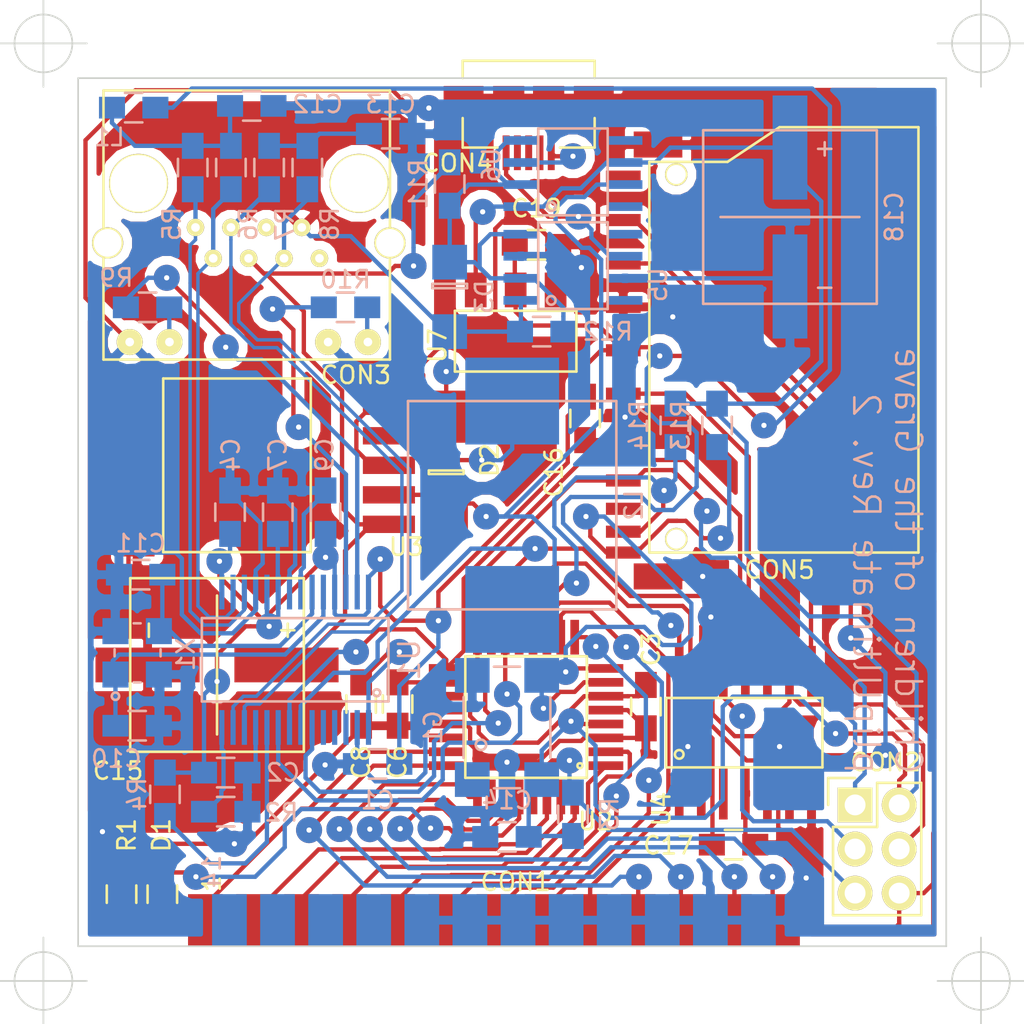
<source format=kicad_pcb>
(kicad_pcb (version 4) (host pcbnew 4.0.2-stable)
  (layers (0 F.Cu signal) (31 B.Cu signal) (34 B.Paste user) (35 F.Paste user) (36 B.SilkS user) (37 F.SilkS user) (38 B.Mask user) (39 F.Mask user) (44 Edge.Cuts user))
  (net 0 "")
  (net 1 GND)
  (net 2 +3V3)
  (net 3 +5V)
  (net 4 "Net-(C8-Pad2)")
  (net 5 "Net-(C12-Pad2)")
  (net 6 "Net-(C13-Pad2)")
  (net 7 POE_+24V)
  (net 8 POE_0V)
  (net 9 /~STROBE)
  (net 10 /D0)
  (net 11 /D1)
  (net 12 /D2)
  (net 13 /D3)
  (net 14 /D4)
  (net 15 /D5)
  (net 16 /D6)
  (net 17 /D7)
  (net 18 /~ACK)
  (net 19 /BUSY)
  (net 20 /POUT)
  (net 21 /SEL)
  (net 22 "Net-(CON1-Pad14)")
  (net 23 "Net-(CON1-Pad15)")
  (net 24 "Net-(CON1-Pad16)")
  (net 25 "Net-(CON1-Pad17)")
  (net 26 AVR_MISO)
  (net 27 AVR_SCK)
  (net 28 AVR_MOSI)
  (net 29 AVR_RESET)
  (net 30 "Net-(CON3-Pad10)")
  (net 31 "Net-(CON3-Pad12)")
  (net 32 "Net-(CON3-Pad8)")
  (net 33 "Net-(CON3-Pad5)")
  (net 34 "Net-(CON4-Pad3)")
  (net 35 "Net-(CON4-Pad4)")
  (net 36 "Net-(CON4-Pad2)")
  (net 37 "Net-(CON4-Pad1)")
  (net 38 "Net-(CON4-Pad5)")
  (net 39 SD_DETECT)
  (net 40 SD_LOCK)
  (net 41 "Net-(CON5-Pad8)")
  (net 42 3.3V_AVR_SCK)
  (net 43 3.3V_AVR_MOSI)
  (net 44 3.3V_SD_CS)
  (net 45 "Net-(CON5-Pad9)")
  (net 46 "Net-(D1-Pad1)")
  (net 47 "Net-(D1-Pad2)")
  (net 48 "Net-(D2-Pad1)")
  (net 49 "Net-(D3-Pad1)")
  (net 50 "Net-(G1-Pad1)")
  (net 51 "Net-(L2-Pad1)")
  (net 52 "Net-(R2-Pad1)")
  (net 53 "Net-(R4-Pad2)")
  (net 54 "Net-(U1-Pad3)")
  (net 55 "Net-(U1-Pad4)")
  (net 56 "Net-(U1-Pad5)")
  (net 57 ETH_CS)
  (net 58 SD_CS)
  (net 59 "Net-(U2-Pad19)")
  (net 60 "Net-(U2-Pad20)")
  (net 61 "Net-(U2-Pad22)")
  (net 62 "Net-(U4-Pad3)")
  (net 63 /TX+)
  (net 64 /RX+)
  (net 65 /TX-)
  (net 66 /RX-)
  (net 67 /OSC2)
  (net 68 /OSC1)
  (net 69 /LEDA)
  (net 70 /LEDB)
  (net 71 /AVR_CLK)
  (module plipUltimate:TQFP-32 (layer F.Cu) (at 75.8 121.8 180)
    (fp_text reference U2 (at -4 -6 180) (layer F.SilkS))
    (fp_text value ATMEGA328P)
    (pad 1 smd rect (at -4.6 -2.8 180) (size 2 0.5) (layers F.Cu F.Paste F.Mask) (net 13 /D3))
    (pad 2 smd rect (at -4.6 -2 180) (size 2 0.5) (layers F.Cu F.Paste F.Mask) (net 14 /D4))
    (pad 3 smd rect (at -4.6 -1.2 180) (size 2 0.5) (layers F.Cu F.Paste F.Mask) (net 1 GND))
    (pad 4 smd rect (at -4.6 -0.4 180) (size 2 0.5) (layers F.Cu F.Paste F.Mask) (net 3 +5V))
    (pad 5 smd rect (at -4.6 0.4 180) (size 2 0.5) (layers F.Cu F.Paste F.Mask) (net 1 GND))
    (pad 6 smd rect (at -4.6 1.2 180) (size 2 0.5) (layers F.Cu F.Paste F.Mask) (net 3 +5V))
    (pad 7 smd rect (at -4.6 2 180) (size 2 0.5) (layers F.Cu F.Paste F.Mask) (net 71 /AVR_CLK))
    (pad 8 smd rect (at -4.6 2.8 180) (size 2 0.5) (layers F.Cu F.Paste F.Mask) (net 39 SD_DETECT))
    (pad 9 smd rect (at -2.8 4.6 270) (size 2 0.5) (layers F.Cu F.Paste F.Mask) (net 15 /D5))
    (pad 10 smd rect (at -2 4.6 90) (size 2 0.5) (layers F.Cu F.Paste F.Mask) (net 16 /D6))
    (pad 11 smd rect (at -1.2 4.6 270) (size 2 0.5) (layers F.Cu F.Paste F.Mask) (net 17 /D7))
    (pad 12 smd rect (at -0.4 4.6 270) (size 2 0.5) (layers F.Cu F.Paste F.Mask) (net 40 SD_LOCK))
    (pad 13 smd rect (at 0.4 4.6 270) (size 2 0.5) (layers F.Cu F.Paste F.Mask) (net 58 SD_CS))
    (pad 14 smd rect (at 1.2 4.6 270) (size 2 0.5) (layers F.Cu F.Paste F.Mask) (net 57 ETH_CS))
    (pad 15 smd rect (at 2 4.6 270) (size 2 0.5) (layers F.Cu F.Paste F.Mask) (net 28 AVR_MOSI))
    (pad 16 smd rect (at 2.8 4.6 270) (size 2 0.5) (layers F.Cu F.Paste F.Mask) (net 26 AVR_MISO))
    (pad 17 smd rect (at 4.6 2.8 180) (size 2 0.5) (layers F.Cu F.Paste F.Mask) (net 27 AVR_SCK))
    (pad 18 smd rect (at 4.6 2 180) (size 2 0.5) (layers F.Cu F.Paste F.Mask) (net 3 +5V))
    (pad 19 smd rect (at 4.6 1.2 180) (size 2 0.5) (layers F.Cu F.Paste F.Mask) (net 59 "Net-(U2-Pad19)"))
    (pad 20 smd rect (at 4.6 0.4 180) (size 2 0.5) (layers F.Cu F.Paste F.Mask) (net 60 "Net-(U2-Pad20)"))
    (pad 21 smd rect (at 4.6 -0.4 180) (size 2 0.5) (layers F.Cu F.Paste F.Mask) (net 1 GND))
    (pad 22 smd rect (at 4.6 -1.2 180) (size 2 0.5) (layers F.Cu F.Paste F.Mask) (net 61 "Net-(U2-Pad22)"))
    (pad 23 smd rect (at 4.6 -2 180) (size 2 0.5) (layers F.Cu F.Paste F.Mask) (net 9 /~STROBE))
    (pad 24 smd rect (at 4.6 -2.8 180) (size 2 0.5) (layers F.Cu F.Paste F.Mask) (net 18 /~ACK))
    (pad 25 smd rect (at 2.8 -4.6 270) (size 2 0.5) (layers F.Cu F.Paste F.Mask) (net 19 /BUSY))
    (pad 26 smd rect (at 2 -4.6 270) (size 2 0.5) (layers F.Cu F.Paste F.Mask) (net 20 /POUT))
    (pad 27 smd rect (at 1.2 -4.6 270) (size 2 0.5) (layers F.Cu F.Paste F.Mask) (net 21 /SEL))
    (pad 28 smd rect (at 0.4 -4.6 270) (size 2 0.5) (layers F.Cu F.Paste F.Mask) (net 47 "Net-(D1-Pad2)"))
    (pad 29 smd rect (at -0.4 -4.6 270) (size 2 0.5) (layers F.Cu F.Paste F.Mask) (net 29 AVR_RESET))
    (pad 30 smd rect (at -1.2 -4.6 270) (size 2 0.5) (layers F.Cu F.Paste F.Mask) (net 10 /D0))
    (pad 31 smd rect (at -2 -4.6 270) (size 2 0.5) (layers F.Cu F.Paste F.Mask) (net 11 /D1))
    (pad 32 smd rect (at -2.8 -4.6 270) (size 2 0.5) (layers F.Cu F.Paste F.Mask) (net 12 /D2))
  )
  (module plipUltimate:SSOP-28 (layer B.Cu) (at 62.5 118.5 180)
    (fp_text reference U1 (at -6.575 0 450) (layer B.SilkS) (effects (font (size 1.2 1.2)) (justify mirror)))
    (fp_text value ENC28J60)
    (pad 28 smd rect (at -4.225 3.9 180) (size 0.3 2) (layers B.Cu B.Paste B.Mask) (net 2 +3V3))
    (pad 1 smd rect (at -4.225 -3.9 180) (size 0.3 2) (layers B.Cu B.Paste B.Mask) (net 4 "Net-(C8-Pad2)"))
    (pad 27 smd rect (at -3.575 3.9 180) (size 0.3 2) (layers B.Cu B.Paste B.Mask) (net 69 /LEDA))
    (pad 2 smd rect (at -3.575 -3.9 180) (size 0.3 2) (layers B.Cu B.Paste B.Mask) (net 1 GND))
    (pad 26 smd rect (at -2.925 3.9 180) (size 0.3 2) (layers B.Cu B.Paste B.Mask) (net 70 /LEDB))
    (pad 3 smd rect (at -2.925 -3.9 180) (size 0.3 2) (layers B.Cu B.Paste B.Mask) (net 54 "Net-(U1-Pad3)"))
    (pad 25 smd rect (at -2.275 3.9 180) (size 0.3 2) (layers B.Cu B.Paste B.Mask) (net 2 +3V3))
    (pad 4 smd rect (at -2.275 -3.9 180) (size 0.3 2) (layers B.Cu B.Paste B.Mask) (net 55 "Net-(U1-Pad4)"))
    (pad 24 smd rect (at -1.625 3.9 180) (size 0.3 2) (layers B.Cu B.Paste B.Mask) (net 67 /OSC2))
    (pad 5 smd rect (at -1.625 -3.9 180) (size 0.3 2) (layers B.Cu B.Paste B.Mask) (net 56 "Net-(U1-Pad5)"))
    (pad 23 smd rect (at -0.975 3.9 180) (size 0.3 2) (layers B.Cu B.Paste B.Mask) (net 68 /OSC1))
    (pad 6 smd rect (at -0.975 -3.9 180) (size 0.3 2) (layers B.Cu B.Paste B.Mask) (net 26 AVR_MISO))
    (pad 22 smd rect (at -0.325 3.9 180) (size 0.3 2) (layers B.Cu B.Paste B.Mask) (net 1 GND))
    (pad 7 smd rect (at -0.325 -3.9 180) (size 0.3 2) (layers B.Cu B.Paste B.Mask) (net 28 AVR_MOSI))
    (pad 21 smd rect (at 0.325 3.9 180) (size 0.3 2) (layers B.Cu B.Paste B.Mask) (net 1 GND))
    (pad 8 smd rect (at 0.325 -3.9 180) (size 0.3 2) (layers B.Cu B.Paste B.Mask) (net 27 AVR_SCK))
    (pad 20 smd rect (at 0.975 3.9 180) (size 0.3 2) (layers B.Cu B.Paste B.Mask) (net 2 +3V3))
    (pad 9 smd rect (at 0.975 -3.9 180) (size 0.3 2) (layers B.Cu B.Paste B.Mask) (net 57 ETH_CS))
    (pad 19 smd rect (at 1.625 3.9 180) (size 0.3 2) (layers B.Cu B.Paste B.Mask) (net 2 +3V3))
    (pad 10 smd rect (at 1.625 -3.9 180) (size 0.3 2) (layers B.Cu B.Paste B.Mask) (net 53 "Net-(R4-Pad2)"))
    (pad 18 smd rect (at 2.275 3.9 180) (size 0.3 2) (layers B.Cu B.Paste B.Mask) (net 1 GND))
    (pad 11 smd rect (at 2.275 -3.9 180) (size 0.3 2) (layers B.Cu B.Paste B.Mask) (net 1 GND))
    (pad 17 smd rect (at 2.925 3.9 180) (size 0.3 2) (layers B.Cu B.Paste B.Mask) (net 63 /TX+))
    (pad 12 smd rect (at 2.925 -3.9 180) (size 0.3 2) (layers B.Cu B.Paste B.Mask) (net 66 /RX-))
    (pad 16 smd rect (at 3.575 3.9 180) (size 0.3 2) (layers B.Cu B.Paste B.Mask) (net 65 /TX-))
    (pad 13 smd rect (at 3.575 -3.9 180) (size 0.3 2) (layers B.Cu B.Paste B.Mask) (net 64 /RX+))
    (pad 15 smd rect (at 4.225 3.9 180) (size 0.3 2) (layers B.Cu B.Paste B.Mask) (net 2 +3V3))
    (pad 14 smd rect (at 4.225 -3.9 180) (size 0.3 2) (layers B.Cu B.Paste B.Mask) (net 52 "Net-(R2-Pad1)"))
  )
  (module plipUltimate:DE-1207 (layer B.Cu) (at 75 103.6 180)
    (fp_text reference L2 (at -7 -6 450) (layer B.SilkS) (effects (justify mirror)))
    (fp_text value DE1207-100)
    (pad 1 smd rect (at 0 0 180) (size 5.4 5) (layers B.Cu B.Paste B.Mask) (net 51 "Net-(L2-Pad1)"))
    (pad 2 smd rect (at 0 -12 180) (size 5.4 5) (layers B.Cu B.Paste B.Mask) (net 48 "Net-(D2-Pad1)"))
  )
  (module plipUltimate:0805 (layer B.Cu) (at 67.25 124.5)
    (fp_text reference C1 (at 0 2.1) (layer B.SilkS) (effects (justify mirror)))
    (fp_text value 100nF)
    (pad 1 smd rect (at -1.25 0) (size 1.5 1.25) (layers B.Cu B.Paste B.Mask) (net 1 GND))
    (pad 2 smd rect (at 1.25 0) (size 1.5 1.25) (layers B.Cu B.Paste B.Mask) (net 2 +3V3))
  )
  (module plipUltimate:0805 (layer B.Cu) (at 58.5 125 180)
    (fp_text reference C2 (at -3.3 0 180) (layer B.SilkS) (effects (justify mirror)))
    (fp_text value 100nF)
    (pad 1 smd rect (at -1.25 0 180) (size 1.5 1.25) (layers B.Cu B.Paste B.Mask) (net 1 GND))
    (pad 2 smd rect (at 1.25 0 180) (size 1.5 1.25) (layers B.Cu B.Paste B.Mask) (net 2 +3V3))
  )
  (module plipUltimate:0805 (layer F.Cu) (at 82.7 121.2 270)
    (fp_text reference C3 (at -3.3 -0.3 270) (layer F.SilkS))
    (fp_text value 100nF)
    (pad 1 smd rect (at -1.25 0 270) (size 1.5 1.25) (layers F.Cu F.Paste F.Mask) (net 3 +5V))
    (pad 2 smd rect (at 1.25 0 270) (size 1.5 1.25) (layers F.Cu F.Paste F.Mask) (net 1 GND))
  )
  (module plipUltimate:0805 (layer B.Cu) (at 58.75 110 270)
    (fp_text reference C4 (at -3.3 -0.05 270) (layer B.SilkS) (effects (justify mirror)))
    (fp_text value 100nF)
    (pad 1 smd rect (at -1.25 0 270) (size 1.5 1.25) (layers B.Cu B.Paste B.Mask) (net 1 GND))
    (pad 2 smd rect (at 1.25 0 270) (size 1.5 1.25) (layers B.Cu B.Paste B.Mask) (net 2 +3V3))
  )
  (module plipUltimate:0805 (layer F.Cu) (at 68.4 121.05 270)
    (fp_text reference C6 (at 3.35 0 270) (layer F.SilkS))
    (fp_text value 100nF)
    (pad 1 smd rect (at -1.25 0 270) (size 1.5 1.25) (layers F.Cu F.Paste F.Mask) (net 3 +5V))
    (pad 2 smd rect (at 1.25 0 270) (size 1.5 1.25) (layers F.Cu F.Paste F.Mask) (net 1 GND))
  )
  (module plipUltimate:0805 (layer B.Cu) (at 61.5 110 270)
    (fp_text reference C7 (at -3.3 0 270) (layer B.SilkS) (effects (justify mirror)))
    (fp_text value 100nF)
    (pad 1 smd rect (at -1.25 0 270) (size 1.5 1.25) (layers B.Cu B.Paste B.Mask) (net 1 GND))
    (pad 2 smd rect (at 1.25 0 270) (size 1.5 1.25) (layers B.Cu B.Paste B.Mask) (net 2 +3V3))
  )
  (module plipUltimate:0805 (layer F.Cu) (at 66.3 121.05 90)
    (fp_text reference C8 (at -3.35 0 90) (layer F.SilkS))
    (fp_text value 10uF)
    (pad 1 smd rect (at -1.25 0 90) (size 1.5 1.25) (layers F.Cu F.Paste F.Mask) (net 1 GND))
    (pad 2 smd rect (at 1.25 0 90) (size 1.5 1.25) (layers F.Cu F.Paste F.Mask) (net 4 "Net-(C8-Pad2)"))
  )
  (module plipUltimate:0805 (layer B.Cu) (at 64.25 110 270)
    (fp_text reference C9 (at -3.3 0.05 270) (layer B.SilkS) (effects (justify mirror)))
    (fp_text value 100nF)
    (pad 1 smd rect (at -1.25 0 270) (size 1.5 1.25) (layers B.Cu B.Paste B.Mask) (net 1 GND))
    (pad 2 smd rect (at 1.25 0 270) (size 1.5 1.25) (layers B.Cu B.Paste B.Mask) (net 2 +3V3))
  )
  (module plipUltimate:0805 (layer B.Cu) (at 53.4 122.3 180)
    (fp_text reference C10 (at 1.2 -1.9 180) (layer B.SilkS) (effects (justify mirror)))
    (fp_text value 18pF)
    (pad 1 smd rect (at -1.25 0 180) (size 1.5 1.25) (layers B.Cu B.Paste B.Mask) (net 1 GND))
    (pad 2 smd rect (at 1.25 0 180) (size 1.5 1.25) (layers B.Cu B.Paste B.Mask) (net 67 /OSC2))
  )
  (module plipUltimate:0805 (layer B.Cu) (at 53.6 113.6)
    (fp_text reference C11 (at 0 -1.8) (layer B.SilkS) (effects (justify mirror)))
    (fp_text value 18pF)
    (pad 1 smd rect (at -1.25 0) (size 1.5 1.25) (layers B.Cu B.Paste B.Mask) (net 1 GND))
    (pad 2 smd rect (at 1.25 0) (size 1.5 1.25) (layers B.Cu B.Paste B.Mask) (net 68 /OSC1))
  )
  (module plipUltimate:0805 (layer B.Cu) (at 60 86.6 180)
    (fp_text reference C12 (at -3.8 0.1 180) (layer B.SilkS) (effects (justify mirror)))
    (fp_text value 10nF)
    (pad 1 smd rect (at -1.25 0 180) (size 1.5 1.25) (layers B.Cu B.Paste B.Mask) (net 1 GND))
    (pad 2 smd rect (at 1.25 0 180) (size 1.5 1.25) (layers B.Cu B.Paste B.Mask) (net 5 "Net-(C12-Pad2)"))
  )
  (module plipUltimate:0805 (layer B.Cu) (at 68 88.2 180)
    (fp_text reference C13 (at 0 1.7 180) (layer B.SilkS) (effects (justify mirror)))
    (fp_text value 10nF)
    (pad 1 smd rect (at -1.25 0 180) (size 1.5 1.25) (layers B.Cu B.Paste B.Mask) (net 1 GND))
    (pad 2 smd rect (at 1.25 0 180) (size 1.5 1.25) (layers B.Cu B.Paste B.Mask) (net 6 "Net-(C13-Pad2)"))
  )
  (module plipUltimate:0805 (layer B.Cu) (at 74.7 128.7 180)
    (fp_text reference C14 (at 0 2.1 180) (layer B.SilkS) (effects (justify mirror)))
    (fp_text value 100nF)
    (pad 1 smd rect (at -1.25 0 180) (size 1.5 1.25) (layers B.Cu B.Paste B.Mask) (net 3 +5V))
    (pad 2 smd rect (at 1.25 0 180) (size 1.5 1.25) (layers B.Cu B.Paste B.Mask) (net 1 GND))
  )
  (module plipUltimate:electrolyte_SMD (layer F.Cu) (at 58 118.8 270)
    (fp_text reference C15 (at 6.1 5.7 360) (layer F.SilkS))
    (fp_text value "100uF 50V loESR")
    (fp_text user - (at -2 4 270) (layer F.SilkS))
    (fp_text user + (at -2 -4 270) (layer F.SilkS))
    (pad 1 smd rect (at 0 -4 270) (size 2 6) (layers F.Cu F.Paste F.Mask) (net 7 POE_+24V))
    (pad 2 smd rect (at 0 4 270) (size 2 6) (layers F.Cu F.Paste F.Mask) (net 8 POE_0V))
  )
  (module plipUltimate:0805 (layer F.Cu) (at 79.2 104.6 270)
    (fp_text reference C16 (at 3.1 1.8 270) (layer F.SilkS))
    (fp_text value 100nF)
    (pad 1 smd rect (at -1.25 0 270) (size 1.5 1.25) (layers F.Cu F.Paste F.Mask) (net 2 +3V3))
    (pad 2 smd rect (at 1.25 0 270) (size 1.5 1.25) (layers F.Cu F.Paste F.Mask) (net 1 GND))
  )
  (module plipUltimate:0805 (layer F.Cu) (at 87.75 129.15)
    (fp_text reference C17 (at -3.75 0.05) (layer F.SilkS))
    (fp_text value 10nF)
    (pad 1 smd rect (at -1.25 0) (size 1.5 1.25) (layers F.Cu F.Paste F.Mask) (net 2 +3V3))
    (pad 2 smd rect (at 1.25 0) (size 1.5 1.25) (layers F.Cu F.Paste F.Mask) (net 1 GND))
  )
  (module plipUltimate:electrolyte_SMD (layer B.Cu) (at 91 93 180)
    (fp_text reference C18 (at -6 0 450) (layer B.SilkS) (effects (justify mirror)))
    (fp_text value "220uF 35V loESR")
    (fp_text user - (at -2 -4 180) (layer B.SilkS) (effects (justify mirror)))
    (fp_text user + (at -2 4 180) (layer B.SilkS) (effects (justify mirror)))
    (pad 1 smd rect (at 0 4 180) (size 2 6) (layers B.Cu B.Paste B.Mask) (net 3 +5V))
    (pad 2 smd rect (at 0 -4 180) (size 2 6) (layers B.Cu B.Paste B.Mask) (net 1 GND))
  )
  (module plipUltimate:0805 (layer F.Cu) (at 76.4 94.6)
    (fp_text reference C19 (at 0 -2.1) (layer F.SilkS))
    (fp_text value "10uF 6,3V")
    (pad 1 smd rect (at -1.25 0) (size 1.5 1.25) (layers F.Cu F.Paste F.Mask) (net 2 +3V3))
    (pad 2 smd rect (at 1.25 0) (size 1.5 1.25) (layers F.Cu F.Paste F.Mask) (net 1 GND))
  )
  (module plipUltimate:d-sub25_edge (layer F.Cu) (at 57.33 133.5)
    (fp_text reference CON1 (at 17.87 -2.2 180) (layer F.SilkS))
    (fp_text value IEEEE-1284A)
    (fp_text user 14 (at 0.37 -2.8 90) (layer B.SilkS) (effects (justify mirror)))
    (fp_text user 1 (at 0.37 -2.1 90) (layer F.SilkS))
    (pad 1 smd rect (at 0 0) (size 2 3) (layers F.Cu F.Paste F.Mask) (net 9 /~STROBE))
    (pad 2 smd rect (at 2.77 0) (size 2 3) (layers F.Cu F.Paste F.Mask) (net 10 /D0))
    (pad 3 smd rect (at 5.54 0) (size 2 3) (layers F.Cu F.Paste F.Mask) (net 11 /D1))
    (pad 4 smd rect (at 8.31 0) (size 2 3) (layers F.Cu F.Paste F.Mask) (net 12 /D2))
    (pad 5 smd rect (at 11.08 0) (size 2 3) (layers F.Cu F.Paste F.Mask) (net 13 /D3))
    (pad 6 smd rect (at 13.85 0) (size 2 3) (layers F.Cu F.Paste F.Mask) (net 14 /D4))
    (pad 7 smd rect (at 16.62 0) (size 2 3) (layers F.Cu F.Paste F.Mask) (net 15 /D5))
    (pad 8 smd rect (at 19.39 0) (size 2 3) (layers F.Cu F.Paste F.Mask) (net 16 /D6))
    (pad 9 smd rect (at 22.16 0) (size 2 3) (layers F.Cu F.Paste F.Mask) (net 17 /D7))
    (pad 10 smd rect (at 24.93 0) (size 2 3) (layers F.Cu F.Paste F.Mask) (net 18 /~ACK))
    (pad 11 smd rect (at 27.7 0) (size 2 3) (layers F.Cu F.Paste F.Mask) (net 19 /BUSY))
    (pad 12 smd rect (at 30.47 0) (size 2 3) (layers F.Cu F.Paste F.Mask) (net 20 /POUT))
    (pad 13 smd rect (at 33.24 0) (size 2 3) (layers F.Cu F.Paste F.Mask) (net 21 /SEL))
    (pad 14 smd rect (at 1.385 0) (size 2 3) (layers B.Cu B.Paste B.Mask) (net 22 "Net-(CON1-Pad14)"))
    (pad 15 smd rect (at 4.155 0) (size 2 3) (layers B.Cu B.Paste B.Mask) (net 23 "Net-(CON1-Pad15)"))
    (pad 16 smd rect (at 6.925 0) (size 2 3) (layers B.Cu B.Paste B.Mask) (net 24 "Net-(CON1-Pad16)"))
    (pad 17 smd rect (at 9.695 0) (size 2 3) (layers B.Cu B.Paste B.Mask) (net 25 "Net-(CON1-Pad17)"))
    (pad 18 smd rect (at 12.465 0) (size 2 3) (layers B.Cu B.Paste B.Mask) (net 1 GND))
    (pad 19 smd rect (at 15.235 0) (size 2 3) (layers B.Cu B.Paste B.Mask) (net 1 GND))
    (pad 20 smd rect (at 18.005 0) (size 2 3) (layers B.Cu B.Paste B.Mask) (net 1 GND))
    (pad 21 smd rect (at 20.775 0) (size 2 3) (layers B.Cu B.Paste B.Mask) (net 1 GND))
    (pad 22 smd rect (at 23.545 0) (size 2 3) (layers B.Cu B.Paste B.Mask) (net 1 GND))
    (pad 23 smd rect (at 26.315 0) (size 2 3) (layers B.Cu B.Paste B.Mask) (net 1 GND))
    (pad 24 smd rect (at 29.085 0) (size 2 3) (layers B.Cu B.Paste B.Mask) (net 1 GND))
    (pad 25 smd rect (at 31.855 0) (size 2 3) (layers B.Cu B.Paste B.Mask) (net 1 GND))
  )
  (module plipUltimate:IDC_2x3 (layer F.Cu) (at 94.75 126.86)
    (fp_text reference CON2 (at 1.75 -2.46) (layer F.SilkS))
    (fp_text value AVR-ISP-6)
    (pad 1 thru_hole rect (at 0 0) (size 2 2) (drill 1.2) (layers *.Cu *.Mask F.SilkS) (net 26 AVR_MISO))
    (pad 2 thru_hole circle (at 2.54 0) (size 2 2) (drill 1.2) (layers *.Cu *.Mask F.SilkS) (net 3 +5V))
    (pad 3 thru_hole circle (at 0 2.54) (size 2 2) (drill 1.2) (layers *.Cu *.Mask F.SilkS) (net 27 AVR_SCK))
    (pad 4 thru_hole circle (at 2.54 2.54) (size 2 2) (drill 1.2) (layers *.Cu *.Mask F.SilkS) (net 28 AVR_MOSI))
    (pad 5 thru_hole circle (at 0 5.08) (size 2 2) (drill 1.2) (layers *.Cu *.Mask F.SilkS) (net 29 AVR_RESET))
    (pad 6 thru_hole circle (at 2.54 5.08) (size 2 2) (drill 1.2) (layers *.Cu *.Mask F.SilkS) (net 1 GND))
  )
  (module plipUltimate:USB-MicroB (layer F.Cu) (at 75.95 89 180)
    (fp_text reference CON4 (at 4.1 -0.9 180) (layer F.SilkS))
    (fp_text value USB_microB)
    (pad 3 smd rect (at 0 -0.3 180) (size 0.4 2) (layers F.Cu F.Paste F.Mask) (net 34 "Net-(CON4-Pad3)") (clearance 0.125))
    (pad 4 smd rect (at 0.65 -0.3 180) (size 0.4 2) (layers F.Cu F.Paste F.Mask) (net 35 "Net-(CON4-Pad4)") (clearance 0.125))
    (pad 2 smd rect (at -0.65 -0.3 180) (size 0.4 2) (layers F.Cu F.Paste F.Mask) (net 36 "Net-(CON4-Pad2)") (clearance 0.125))
    (pad 1 smd rect (at -1.3 -0.3 180) (size 0.4 2) (layers F.Cu F.Paste F.Mask) (net 37 "Net-(CON4-Pad1)") (clearance 0.125))
    (pad 5 smd rect (at 1.3 -0.3 180) (size 0.4 2) (layers F.Cu F.Paste F.Mask) (net 38 "Net-(CON4-Pad5)") (clearance 0.125))
    (pad 6 smd rect (at 1.15 2.85 180) (size 1.8 1.4) (layers F.Cu F.Paste F.Mask) (net 1 GND))
    (pad 6 smd rect (at -1.15 2.85 180) (size 1.8 1.4) (layers F.Cu F.Paste F.Mask) (net 1 GND))
    (pad 6 smd rect (at 3.75 2.85 180) (size 2.3 1.4) (layers F.Cu F.Paste F.Mask) (net 1 GND))
    (pad 6 smd rect (at -3.75 2.85 180) (size 2.3 1.4) (layers F.Cu F.Paste F.Mask) (net 1 GND))
  )
  (module plipUltimate:SD-SHORT (layer F.Cu) (at 82.4 111.825 90)
    (fp_text reference CON5 (at -1.5 8 360) (layer F.SilkS))
    (fp_text value SD_SPI)
    (pad 10 smd rect (at -0.5 -1 90) (size 0.7 2) (layers F.Cu F.Paste F.Mask) (net 39 SD_DETECT))
    (pad 11 smd rect (at 0.7 -1 90) (size 0.7 2) (layers F.Cu F.Paste F.Mask) (net 40 SD_LOCK))
    (pad 8 smd rect (at 2.02 -1 90) (size 0.7 2) (layers F.Cu F.Paste F.Mask) (net 41 "Net-(CON5-Pad8)"))
    (pad 7 smd rect (at 3.65 -1 90) (size 0.7 2) (layers F.Cu F.Paste F.Mask) (net 26 AVR_MISO))
    (pad 6 smd rect (at 6.15 -1 90) (size 0.7 2) (layers F.Cu F.Paste F.Mask) (net 1 GND))
    (pad 5 smd rect (at 8.65 -1 90) (size 0.7 2) (layers F.Cu F.Paste F.Mask) (net 42 3.3V_AVR_SCK))
    (pad 4 smd rect (at 11.15 -1 90) (size 0.7 2) (layers F.Cu F.Paste F.Mask) (net 2 +3V3))
    (pad 3 smd rect (at 13.65 -1 90) (size 0.7 2) (layers F.Cu F.Paste F.Mask) (net 1 GND))
    (pad 2 smd rect (at 16.15 -1 90) (size 0.7 2) (layers F.Cu F.Paste F.Mask) (net 43 3.3V_AVR_MOSI))
    (pad 1 smd rect (at 18.65 -1 90) (size 0.7 2) (layers F.Cu F.Paste F.Mask) (net 44 3.3V_SD_CS))
    (pad 9 smd rect (at 21.15 -1 90) (size 0.7 2) (layers F.Cu F.Paste F.Mask) (net 45 "Net-(CON5-Pad9)"))
    (pad "" np_thru_hole circle (at 0.275 2.05 90) (size 1.3 1.3) (drill 1.1) (layers *.Cu *.Mask F.SilkS))
    (pad "" np_thru_hole circle (at 21.275 2.05 90) (size 1.3 1.3) (drill 1.1) (layers *.Cu *.Mask F.SilkS))
    (pad 12 smd rect (at -1.875 1 90) (size 1.5 2.8) (layers F.Cu F.Paste F.Mask) (net 1 GND))
    (pad 13 smd rect (at -1.875 15.6 90) (size 1.5 2.8) (layers F.Cu F.Paste F.Mask) (net 1 GND))
    (pad 13 smd rect (at 25.425 15.6 90) (size 1.5 2.8) (layers F.Cu F.Paste F.Mask) (net 1 GND))
    (pad 12 smd rect (at 23 1 90) (size 1.5 2.8) (layers F.Cu F.Paste F.Mask) (net 1 GND))
  )
  (module plipUltimate:0805 (layer F.Cu) (at 54.85 132 90)
    (fp_text reference D1 (at 3.4 -0.05 90) (layer F.SilkS))
    (fp_text value YEL_LED)
    (pad 1 smd rect (at -1.25 0 90) (size 1.5 1.25) (layers F.Cu F.Paste F.Mask) (net 46 "Net-(D1-Pad1)"))
    (pad 2 smd rect (at 1.25 0 90) (size 1.5 1.25) (layers F.Cu F.Paste F.Mask) (net 47 "Net-(D1-Pad2)"))
  )
  (module plipUltimate:SMA (layer F.Cu) (at 71.2 107 90)
    (fp_text reference D2 (at 0 2.5 90) (layer F.SilkS))
    (fp_text value SS34)
    (pad 1 smd rect (at -2.5 0 90) (size 3 2.5) (layers F.Cu F.Paste F.Mask) (net 48 "Net-(D2-Pad1)"))
    (pad 2 smd rect (at 2.5 0 90) (size 3 2.5) (layers F.Cu F.Paste F.Mask) (net 8 POE_0V))
  )
  (module plipUltimate:SOD-80 (layer B.Cu) (at 71.4 97.6 270)
    (fp_text reference D3 (at 0 -2 270) (layer B.SilkS) (effects (justify mirror)))
    (fp_text value BZV55C10)
    (pad 2 smd rect (at 2 0 270) (size 2 2) (layers B.Cu B.Paste B.Mask) (net 8 POE_0V))
    (pad 1 smd rect (at -2 0 270) (size 2 2) (layers B.Cu B.Paste B.Mask) (net 49 "Net-(D3-Pad1)"))
  )
  (module plipUltimate:SMD_7050 (layer B.Cu) (at 74.7 122.4 90)
    (fp_text reference G1 (at 0 -4.25 90) (layer B.SilkS) (effects (justify mirror)))
    (fp_text value CFPS-72-20M)
    (pad 1 smd rect (at -3 -2 90) (size 2 2) (layers B.Cu B.Paste B.Mask) (net 50 "Net-(G1-Pad1)"))
    (pad 2 smd rect (at 3 -2 90) (size 2 2) (layers B.Cu B.Paste B.Mask) (net 1 GND))
    (pad 3 smd rect (at 3 2 90) (size 2 2) (layers B.Cu B.Paste B.Mask) (net 71 /AVR_CLK))
    (pad 4 smd rect (at -3 2 90) (size 2 2) (layers B.Cu B.Paste B.Mask) (net 3 +5V))
  )
  (module plipUltimate:0805 (layer B.Cu) (at 53.2 86.7 180)
    (fp_text reference L1 (at 1.4 -1.7 180) (layer B.SilkS) (effects (justify mirror)))
    (fp_text value "FB 100mA")
    (pad 1 smd rect (at -1.25 0 180) (size 1.5 1.25) (layers B.Cu B.Paste B.Mask) (net 2 +3V3))
    (pad 2 smd rect (at 1.25 0 180) (size 1.5 1.25) (layers B.Cu B.Paste B.Mask) (net 5 "Net-(C12-Pad2)"))
  )
  (module plipUltimate:0805 (layer F.Cu) (at 52.5 132 90)
    (fp_text reference R1 (at 3.4 0.3 90) (layer F.SilkS))
    (fp_text value 820R)
    (pad 1 smd rect (at -1.25 0 90) (size 1.5 1.25) (layers F.Cu F.Paste F.Mask) (net 46 "Net-(D1-Pad1)"))
    (pad 2 smd rect (at 1.25 0 90) (size 1.5 1.25) (layers F.Cu F.Paste F.Mask) (net 1 GND))
  )
  (module plipUltimate:0805 (layer B.Cu) (at 58.5 127.25)
    (fp_text reference R2 (at 3.2 0.05) (layer B.SilkS) (effects (justify mirror)))
    (fp_text value "2k7 1%")
    (pad 1 smd rect (at -1.25 0) (size 1.5 1.25) (layers B.Cu B.Paste B.Mask) (net 52 "Net-(R2-Pad1)"))
    (pad 2 smd rect (at 1.25 0) (size 1.5 1.25) (layers B.Cu B.Paste B.Mask) (net 1 GND))
  )
  (module plipUltimate:0805 (layer B.Cu) (at 78.5 127.4 90)
    (fp_text reference R3 (at 0 2.1 90) (layer B.SilkS) (effects (justify mirror)))
    (fp_text value 10k)
    (pad 1 smd rect (at -1.25 0 90) (size 1.5 1.25) (layers B.Cu B.Paste B.Mask) (net 3 +5V))
    (pad 2 smd rect (at 1.25 0 90) (size 1.5 1.25) (layers B.Cu B.Paste B.Mask) (net 29 AVR_RESET))
  )
  (module plipUltimate:0805 (layer B.Cu) (at 55 126.25 270)
    (fp_text reference R4 (at 0 1.6 270) (layer B.SilkS) (effects (justify mirror)))
    (fp_text value 10k)
    (pad 1 smd rect (at -1.25 0 270) (size 1.5 1.25) (layers B.Cu B.Paste B.Mask) (net 2 +3V3))
    (pad 2 smd rect (at 1.25 0 270) (size 1.5 1.25) (layers B.Cu B.Paste B.Mask) (net 53 "Net-(R4-Pad2)"))
  )
  (module plipUltimate:0805 (layer B.Cu) (at 56.6 90.15 270)
    (fp_text reference R5 (at 3.25 1.2 270) (layer B.SilkS) (effects (justify mirror)))
    (fp_text value "49R9 1%")
    (pad 1 smd rect (at -1.25 0 270) (size 1.5 1.25) (layers B.Cu B.Paste B.Mask) (net 5 "Net-(C12-Pad2)"))
    (pad 2 smd rect (at 1.25 0 270) (size 1.5 1.25) (layers B.Cu B.Paste B.Mask) (net 63 /TX+))
  )
  (module plipUltimate:0805 (layer B.Cu) (at 58.8 90.15 270)
    (fp_text reference R6 (at 3.25 -1 270) (layer B.SilkS) (effects (justify mirror)))
    (fp_text value "49R9 1%")
    (pad 1 smd rect (at -1.25 0 270) (size 1.5 1.25) (layers B.Cu B.Paste B.Mask) (net 5 "Net-(C12-Pad2)"))
    (pad 2 smd rect (at 1.25 0 270) (size 1.5 1.25) (layers B.Cu B.Paste B.Mask) (net 65 /TX-))
  )
  (module plipUltimate:0805 (layer B.Cu) (at 61 90.15 90)
    (fp_text reference R7 (at -3.25 0.9 90) (layer B.SilkS) (effects (justify mirror)))
    (fp_text value "49R9 1%")
    (pad 1 smd rect (at -1.25 0 90) (size 1.5 1.25) (layers B.Cu B.Paste B.Mask) (net 64 /RX+))
    (pad 2 smd rect (at 1.25 0 90) (size 1.5 1.25) (layers B.Cu B.Paste B.Mask) (net 6 "Net-(C13-Pad2)"))
  )
  (module plipUltimate:0805 (layer B.Cu) (at 63.2 90.15 90)
    (fp_text reference R8 (at -3.25 1.3 90) (layer B.SilkS) (effects (justify mirror)))
    (fp_text value "49R9 1%")
    (pad 1 smd rect (at -1.25 0 90) (size 1.5 1.25) (layers B.Cu B.Paste B.Mask) (net 66 /RX-))
    (pad 2 smd rect (at 1.25 0 90) (size 1.5 1.25) (layers B.Cu B.Paste B.Mask) (net 6 "Net-(C13-Pad2)"))
  )
  (module plipUltimate:0805 (layer B.Cu) (at 54 98.2 180)
    (fp_text reference R9 (at 1.8 1.7 180) (layer B.SilkS) (effects (justify mirror)))
    (fp_text value 270R)
    (pad 1 smd rect (at -1.25 0 180) (size 1.5 1.25) (layers B.Cu B.Paste B.Mask) (net 30 "Net-(CON3-Pad10)"))
    (pad 2 smd rect (at 1.25 0 180) (size 1.5 1.25) (layers B.Cu B.Paste B.Mask) (net 69 /LEDA))
  )
  (module plipUltimate:0805 (layer B.Cu) (at 65.4 98.2 180)
    (fp_text reference R10 (at 0 1.6 180) (layer B.SilkS) (effects (justify mirror)))
    (fp_text value 270R)
    (pad 1 smd rect (at -1.25 0 180) (size 1.5 1.25) (layers B.Cu B.Paste B.Mask) (net 31 "Net-(CON3-Pad12)"))
    (pad 2 smd rect (at 1.25 0 180) (size 1.5 1.25) (layers B.Cu B.Paste B.Mask) (net 70 /LEDB))
  )
  (module plipUltimate:0805 (layer B.Cu) (at 71.4 91.1 90)
    (fp_text reference R11 (at 0 -1.8 90) (layer B.SilkS) (effects (justify mirror)))
    (fp_text value 22k)
    (pad 1 smd rect (at -1.25 0 90) (size 1.5 1.25) (layers B.Cu B.Paste B.Mask) (net 49 "Net-(D3-Pad1)"))
    (pad 2 smd rect (at 1.25 0 90) (size 1.5 1.25) (layers B.Cu B.Paste B.Mask) (net 7 POE_+24V))
  )
  (module plipUltimate:0805 (layer B.Cu) (at 76.7 99.6)
    (fp_text reference R12 (at 3.8 0) (layer B.SilkS) (effects (justify mirror)))
    (fp_text value 10k)
    (pad 1 smd rect (at -1.25 0) (size 1.5 1.25) (layers B.Cu B.Paste B.Mask) (net 8 POE_0V))
    (pad 2 smd rect (at 1.25 0) (size 1.5 1.25) (layers B.Cu B.Paste B.Mask) (net 49 "Net-(D3-Pad1)"))
  )
  (module plipUltimate:0805 (layer B.Cu) (at 86.8 105 270)
    (fp_text reference R13 (at 0 2.1 270) (layer B.SilkS) (effects (justify mirror)))
    (fp_text value 4k7)
    (pad 1 smd rect (at -1.25 0 270) (size 1.5 1.25) (layers B.Cu B.Paste B.Mask) (net 3 +5V))
    (pad 2 smd rect (at 1.25 0 270) (size 1.5 1.25) (layers B.Cu B.Paste B.Mask) (net 39 SD_DETECT))
  )
  (module plipUltimate:0805 (layer B.Cu) (at 84.4 105 270)
    (fp_text reference R14 (at 0 2.1 270) (layer B.SilkS) (effects (justify mirror)))
    (fp_text value 4k7)
    (pad 1 smd rect (at -1.25 0 270) (size 1.5 1.25) (layers B.Cu B.Paste B.Mask) (net 3 +5V))
    (pad 2 smd rect (at 1.25 0 270) (size 1.5 1.25) (layers B.Cu B.Paste B.Mask) (net 40 SD_LOCK))
  )
  (module plipUltimate:TO-263 (layer F.Cu) (at 54.4 107.3 90)
    (fp_text reference U3 (at -4.7 14.5 360) (layer F.SilkS))
    (fp_text value LM2596_5.0)
    (pad 3 smd rect (at 0 -1 90) (size 10.5 2) (layers F.Cu F.Paste F.Mask) (net 8 POE_0V))
    (pad 3 smd rect (at 0 13.5 90) (size 1 3) (layers F.Cu F.Paste F.Mask) (net 8 POE_0V))
    (pad 4 smd rect (at 1.7 13.5 90) (size 1 3) (layers F.Cu F.Paste F.Mask) (net 51 "Net-(L2-Pad1)"))
    (pad 5 smd rect (at 3.4 13.5 90) (size 1 3) (layers F.Cu F.Paste F.Mask) (net 8 POE_0V))
    (pad 2 smd rect (at -1.7 13.5 90) (size 1 3) (layers F.Cu F.Paste F.Mask) (net 48 "Net-(D2-Pad1)"))
    (pad 1 smd rect (at -3.4 13.5 90) (size 1 3) (layers F.Cu F.Paste F.Mask) (net 7 POE_+24V))
    (pad 3 smd rect (at 0 3 90) (size 8.5 4) (layers F.Cu F.Paste F.Mask) (net 8 POE_0V))
  )
  (module plipUltimate:SO-8 (layer B.Cu) (at 76 97.8 90)
    (fp_text reference U5 (at 0.9 7.4 90) (layer B.SilkS) (effects (justify mirror)))
    (fp_text value IRF7309)
    (pad 1 smd rect (at 0 -0.5 90) (size 0.5 2) (layers B.Cu B.Paste B.Mask) (net 8 POE_0V))
    (pad 2 smd rect (at 1.27 -0.5 90) (size 0.5 2) (layers B.Cu B.Paste B.Mask) (net 49 "Net-(D3-Pad1)"))
    (pad 3 smd rect (at 2.54 -0.5 90) (size 0.5 2) (layers B.Cu B.Paste B.Mask) (net 1 GND))
    (pad 4 smd rect (at 3.81 -0.5 90) (size 0.5 2) (layers B.Cu B.Paste B.Mask) (net 49 "Net-(D3-Pad1)"))
    (pad 5 smd rect (at 3.81 5.5 90) (size 0.5 2) (layers B.Cu B.Paste B.Mask))
    (pad 6 smd rect (at 2.54 5.5 90) (size 0.5 2) (layers B.Cu B.Paste B.Mask) (net 38 "Net-(CON4-Pad5)"))
    (pad 7 smd rect (at 1.27 5.5 90) (size 0.5 2) (layers B.Cu B.Paste B.Mask) (net 1 GND))
    (pad 8 smd rect (at 0 5.5 90) (size 0.5 2) (layers B.Cu B.Paste B.Mask))
  )
  (module plipUltimate:SO-8 (layer B.Cu) (at 76 92.4 90)
    (fp_text reference U6 (at 2.4 -2.2 90) (layer B.SilkS) (effects (justify mirror)))
    (fp_text value IRF7309)
    (pad 1 smd rect (at 0 -0.5 90) (size 0.5 2) (layers B.Cu B.Paste B.Mask) (net 3 +5V))
    (pad 2 smd rect (at 1.27 -0.5 90) (size 0.5 2) (layers B.Cu B.Paste B.Mask) (net 49 "Net-(D3-Pad1)"))
    (pad 3 smd rect (at 2.54 -0.5 90) (size 0.5 2) (layers B.Cu B.Paste B.Mask) (net 37 "Net-(CON4-Pad1)"))
    (pad 4 smd rect (at 3.81 -0.5 90) (size 0.5 2) (layers B.Cu B.Paste B.Mask) (net 49 "Net-(D3-Pad1)"))
    (pad 5 smd rect (at 3.81 5.5 90) (size 0.5 2) (layers B.Cu B.Paste B.Mask))
    (pad 6 smd rect (at 2.54 5.5 90) (size 0.5 2) (layers B.Cu B.Paste B.Mask) (net 3 +5V))
    (pad 7 smd rect (at 1.27 5.5 90) (size 0.5 2) (layers B.Cu B.Paste B.Mask) (net 48 "Net-(D2-Pad1)"))
    (pad 8 smd rect (at 0 5.5 90) (size 0.5 2) (layers B.Cu B.Paste B.Mask))
  )
  (module plipUltimate:SOT-223 (layer F.Cu) (at 75.2 98.4 180)
    (fp_text reference U7 (at 4.5 -2 270) (layer F.SilkS))
    (fp_text value AMS1117_3V3)
    (pad 2 smd rect (at 0 1.2 180) (size 1.25 2) (layers F.Cu F.Paste F.Mask) (net 2 +3V3))
    (pad 3 smd rect (at 2.3 1.2 180) (size 1.25 2) (layers F.Cu F.Paste F.Mask) (net 3 +5V))
    (pad 1 smd rect (at -2.3 1.2 180) (size 1.25 2) (layers F.Cu F.Paste F.Mask) (net 1 GND))
    (pad 1 smd rect (at 0 -5 180) (size 3.5 2.5) (layers F.Cu F.Paste F.Mask) (net 1 GND))
  )
  (module plipUltimate:XT-324 (layer B.Cu) (at 53.4 118.1 90)
    (fp_text reference X1 (at -0.1 2.8 90) (layer B.SilkS) (effects (justify mirror)))
    (fp_text value 25MHz)
    (pad 3 smd rect (at 1.25 1.25 90) (size 1.5 1.5) (layers B.Cu B.Paste B.Mask) (net 68 /OSC1))
    (pad 2 smd rect (at -1.25 1.25 90) (size 1.5 1.5) (layers B.Cu B.Paste B.Mask) (net 1 GND))
    (pad 2 smd rect (at 1.25 -1.25 90) (size 1.5 1.5) (layers B.Cu B.Paste B.Mask) (net 1 GND))
    (pad 1 smd rect (at -1.25 -1.25 90) (size 1.5 1.5) (layers B.Cu B.Paste B.Mask) (net 67 /OSC2))
  )
  (module plipUltimate:RJ45-LEDS (layer F.Cu) (at 59.83 91.06 180)
    (fp_text reference CON3 (at -6.17 -11.04 180) (layer F.SilkS))
    (fp_text value RJ45_C)
    (pad "" np_thru_hole circle (at -8.13 -3.43 180) (size 1.8 1.8) (drill 1.6) (layers *.Cu *.Mask F.SilkS))
    (pad "" np_thru_hole circle (at 8.13 -3.43 180) (size 1.8 1.8) (drill 1.6) (layers *.Cu *.Mask F.SilkS))
    (pad "" np_thru_hole circle (at -6.35 0 180) (size 3.4 3.4) (drill 3.25) (layers *.Cu *.Mask F.SilkS))
    (pad "" np_thru_hole circle (at 6.35 0 180) (size 3.4 3.4) (drill 3.25) (layers *.Cu *.Mask F.SilkS))
    (pad 9 thru_hole circle (at 6.86 -9.14 180) (size 1.5 1.5) (drill 0.5) (layers *.Cu *.Mask F.SilkS) (net 1 GND))
    (pad 12 thru_hole circle (at -6.86 -9.14 180) (size 1.5 1.5) (drill 0.5) (layers *.Cu *.Mask F.SilkS) (net 31 "Net-(CON3-Pad12)"))
    (pad 11 thru_hole circle (at -4.57 -9.14 180) (size 1.5 1.5) (drill 0.5) (layers *.Cu *.Mask F.SilkS) (net 1 GND))
    (pad 10 thru_hole circle (at 4.57 -9.14 180) (size 1.5 1.5) (drill 0.5) (layers *.Cu *.Mask F.SilkS) (net 30 "Net-(CON3-Pad10)"))
    (pad 1 thru_hole circle (at 3.07 -2.54 180) (size 1 1) (drill 0.5) (layers *.Cu *.Mask F.SilkS) (net 63 /TX+))
    (pad 3 thru_hole circle (at 1.03 -2.54 180) (size 1 1) (drill 0.5) (layers *.Cu *.Mask F.SilkS) (net 64 /RX+))
    (pad 5 thru_hole circle (at -1.01 -2.54 180) (size 1 1) (drill 0.5) (layers *.Cu *.Mask F.SilkS) (net 33 "Net-(CON3-Pad5)"))
    (pad 7 thru_hole circle (at -3.05 -2.54 180) (size 1 1) (drill 0.5) (layers *.Cu *.Mask F.SilkS) (net 8 POE_0V))
    (pad 2 thru_hole circle (at 2.05 -4.32 180) (size 1 1) (drill 0.5) (layers *.Cu *.Mask F.SilkS) (net 65 /TX-))
    (pad 4 thru_hole circle (at 0.01 -4.32 180) (size 1 1) (drill 0.5) (layers *.Cu *.Mask F.SilkS) (net 7 POE_+24V))
    (pad 6 thru_hole circle (at -2.03 -4.32 180) (size 1 1) (drill 0.5) (layers *.Cu *.Mask F.SilkS) (net 66 /RX-))
    (pad 8 thru_hole circle (at -4.07 -4.32 180) (size 1 1) (drill 0.5) (layers *.Cu *.Mask F.SilkS) (net 32 "Net-(CON3-Pad8)"))
  )
  (module plipUltimate:SO-14 (layer F.Cu) (at 84.62 122.7)
    (fp_text reference U4 (at -1.02 4.4 90) (layer F.SilkS))
    (fp_text value 74LVC125)
    (pad 1 smd rect (at 0 3.5) (size 0.5 3) (layers F.Cu F.Paste F.Mask) (net 1 GND))
    (pad 2 smd rect (at 1.27 3.5) (size 0.5 3) (layers F.Cu F.Paste F.Mask) (net 1 GND))
    (pad 3 smd rect (at 2.54 3.5) (size 0.5 3) (layers F.Cu F.Paste F.Mask) (net 62 "Net-(U4-Pad3)"))
    (pad 4 smd rect (at 3.81 3.5) (size 0.5 3) (layers F.Cu F.Paste F.Mask) (net 1 GND))
    (pad 5 smd rect (at 5.08 3.5) (size 0.5 3) (layers F.Cu F.Paste F.Mask) (net 58 SD_CS))
    (pad 6 smd rect (at 6.35 3.5) (size 0.5 3) (layers F.Cu F.Paste F.Mask) (net 44 3.3V_SD_CS))
    (pad 7 smd rect (at 7.62 3.5) (size 0.5 3) (layers F.Cu F.Paste F.Mask) (net 1 GND))
    (pad 8 smd rect (at 7.62 -3.5) (size 0.5 3) (layers F.Cu F.Paste F.Mask) (net 43 3.3V_AVR_MOSI))
    (pad 9 smd rect (at 6.35 -3.5) (size 0.5 3) (layers F.Cu F.Paste F.Mask) (net 28 AVR_MOSI))
    (pad 10 smd rect (at 5.08 -3.5) (size 0.5 3) (layers F.Cu F.Paste F.Mask) (net 1 GND))
    (pad 11 smd rect (at 3.81 -3.5) (size 0.5 3) (layers F.Cu F.Paste F.Mask) (net 42 3.3V_AVR_SCK))
    (pad 12 smd rect (at 2.54 -3.5) (size 0.5 3) (layers F.Cu F.Paste F.Mask) (net 27 AVR_SCK))
    (pad 13 smd rect (at 1.27 -3.5) (size 0.5 3) (layers F.Cu F.Paste F.Mask) (net 1 GND))
    (pad 14 smd rect (at 0 -3.5) (size 0.5 3) (layers F.Cu F.Paste F.Mask) (net 2 +3V3))
  )
  (target plus (at 48 137) (size 5) (width 0.1) (layer Edge.Cuts))
  (target plus (at 102 137) (size 5) (width 0.1) (layer Edge.Cuts))
  (target plus (at 102 83) (size 5) (width 0.1) (layer Edge.Cuts))
  (target plus (at 48 83) (size 5) (width 0.1) (layer Edge.Cuts))
  (gr_text "Children of the Grave\nplipUltimate Rev. 2" (at 96.6 125.2 270) (layer B.SilkS) (effects (font (size 1.5 1.5)) (justify left mirror)))
  (gr_line (start 50 135) (end 50 85) (layer Edge.Cuts) (width 0.1))
  (gr_line (start 100 135) (end 50 135) (layer Edge.Cuts) (width 0.1))
  (gr_line (start 100 85) (end 100 135) (layer Edge.Cuts) (width 0.1))
  (gr_line (start 50 85) (end 100 85) (layer Edge.Cuts) (width 0.1))
  (segment (start 60.225 114.6) (end 60.225 115.646764) (width 0.25) (layer B.Cu) (net 1))
  (segment (start 60.225 115.646764) (end 60.050009 115.821757) (width 0.25) (layer B.Cu) (net 1))
  (segment (start 60.050009 115.821757) (end 58.896756 116.975011) (width 0.25) (layer B.Cu) (net 1))
  (segment (start 58.896756 116.975011) (end 57.053245 116.975011) (width 0.25) (layer B.Cu) (net 1))
  (segment (start 52.8 112.1) (end 52.35 112.55) (width 0.25) (layer B.Cu) (net 1))
  (segment (start 57.053245 116.975011) (end 55.975001 115.896767) (width 0.25) (layer B.Cu) (net 1))
  (segment (start 55.975001 115.896767) (end 55.975001 112.674999) (width 0.25) (layer B.Cu) (net 1))
  (segment (start 55.975001 112.674999) (end 55.400002 112.1) (width 0.25) (layer B.Cu) (net 1))
  (segment (start 55.400002 112.1) (end 52.8 112.1) (width 0.25) (layer B.Cu) (net 1))
  (segment (start 52.35 112.55) (end 52.35 113.6) (width 0.25) (layer B.Cu) (net 1))
  (segment (start 60.629689 112.945311) (end 60.225 113.35) (width 0.25) (layer B.Cu) (net 1))
  (segment (start 58.75 108.875) (end 60.499999 110.624999) (width 0.25) (layer B.Cu) (net 1))
  (segment (start 60.225 113.35) (end 60.225 114.6) (width 0.25) (layer B.Cu) (net 1))
  (segment (start 60.499999 112.245311) (end 60.629689 112.375001) (width 0.25) (layer B.Cu) (net 1))
  (segment (start 58.75 108.75) (end 58.75 108.875) (width 0.25) (layer B.Cu) (net 1))
  (segment (start 60.629689 112.375001) (end 60.629689 112.945311) (width 0.25) (layer B.Cu) (net 1))
  (segment (start 60.499999 110.624999) (end 60.499999 112.245311) (width 0.25) (layer B.Cu) (net 1))
  (segment (start 51.9 101.4) (end 51.9 106.4) (width 0.25) (layer B.Cu) (net 1))
  (segment (start 52.35 113.6) (end 52.35 106.85) (width 0.25) (layer B.Cu) (net 1))
  (segment (start 52.35 106.85) (end 51.9 106.4) (width 0.25) (layer B.Cu) (net 1))
  (segment (start 52.97 100.2) (end 52.97 100.33) (width 0.25) (layer B.Cu) (net 1))
  (segment (start 52.97 100.33) (end 51.9 101.4) (width 0.25) (layer B.Cu) (net 1))
  (segment (start 79.7 86.15) (end 81.95 86.15) (width 0.25) (layer F.Cu) (net 1))
  (segment (start 81.95 86.15) (end 83.4 87.6) (width 0.25) (layer F.Cu) (net 1))
  (segment (start 83.4 87.6) (end 83.4 88.825) (width 0.25) (layer F.Cu) (net 1))
  (segment (start 77.65 94.6) (end 79 94.6) (width 0.25) (layer F.Cu) (net 1))
  (segment (start 79 94.6) (end 79.2 94.8) (width 0.25) (layer F.Cu) (net 1))
  (segment (start 79.2 94.8) (end 79.2 95.699982) (width 0.25) (layer F.Cu) (net 1))
  (segment (start 79.2 95.699982) (end 78.986983 95.912999) (width 0.25) (layer F.Cu) (net 1))
  (segment (start 77.926323 95.912999) (end 78.986983 95.912999) (width 0.25) (layer B.Cu) (net 1))
  (segment (start 77.273324 95.26) (end 77.926323 95.912999) (width 0.25) (layer B.Cu) (net 1))
  (segment (start 75 95.26) (end 77.273324 95.26) (width 0.25) (layer B.Cu) (net 1))
  (via (at 78.986983 95.912999) (size 1.5) (drill 0.3) (layers F.Cu B.Cu) (net 1))
  (segment (start 75.2 101.4) (end 74.024999 100.224999) (width 0.25) (layer F.Cu) (net 1))
  (segment (start 74.024999 100.224999) (end 74.024999 93.674999) (width 0.25) (layer F.Cu) (net 1))
  (segment (start 74.024999 93.674999) (end 74.449998 93.25) (width 0.25) (layer F.Cu) (net 1))
  (segment (start 74.449998 93.25) (end 76.175 93.25) (width 0.25) (layer F.Cu) (net 1))
  (segment (start 76.175 93.25) (end 77.525 94.6) (width 0.25) (layer F.Cu) (net 1))
  (segment (start 77.525 94.6) (end 77.65 94.6) (width 0.25) (layer F.Cu) (net 1))
  (segment (start 66 124.5) (end 66.125 124.5) (width 0.25) (layer B.Cu) (net 1))
  (segment (start 69.99999 124.99289) (end 69.99999 120.85001) (width 0.25) (layer B.Cu) (net 1))
  (segment (start 66.125 124.5) (end 67.125001 125.500001) (width 0.25) (layer B.Cu) (net 1))
  (segment (start 67.125001 125.500001) (end 69.492879 125.500001) (width 0.25) (layer B.Cu) (net 1))
  (segment (start 69.492879 125.500001) (end 69.99999 124.99289) (width 0.25) (layer B.Cu) (net 1))
  (segment (start 69.99999 120.85001) (end 71.45 119.4) (width 0.25) (layer B.Cu) (net 1))
  (segment (start 71.45 119.4) (end 72.7 119.4) (width 0.25) (layer B.Cu) (net 1))
  (segment (start 74.7 124.39998) (end 74.7 126.4) (width 0.25) (layer B.Cu) (net 1))
  (segment (start 74.7 126.4) (end 73.45 127.65) (width 0.25) (layer B.Cu) (net 1))
  (segment (start 73.45 127.65) (end 73.45 128.7) (width 0.25) (layer B.Cu) (net 1))
  (segment (start 54.65 122.3) (end 54.65 123.25) (width 0.25) (layer B.Cu) (net 1))
  (segment (start 50.9 123.6) (end 50.7 123.4) (width 0.25) (layer B.Cu) (net 1))
  (segment (start 54.65 123.25) (end 54.3 123.6) (width 0.25) (layer B.Cu) (net 1))
  (segment (start 50.7 117.3) (end 51.15 116.85) (width 0.25) (layer B.Cu) (net 1))
  (segment (start 54.3 123.6) (end 50.9 123.6) (width 0.25) (layer B.Cu) (net 1))
  (segment (start 50.7 123.4) (end 50.7 117.3) (width 0.25) (layer B.Cu) (net 1))
  (segment (start 51.15 116.85) (end 52.15 116.85) (width 0.25) (layer B.Cu) (net 1))
  (segment (start 80.4 123) (end 79.15 123) (width 0.25) (layer F.Cu) (net 1))
  (segment (start 79.15 123) (end 78.975397 123.174603) (width 0.25) (layer F.Cu) (net 1))
  (segment (start 76.50002 124.39998) (end 75.76066 124.39998) (width 0.25) (layer F.Cu) (net 1))
  (segment (start 78.975397 123.174603) (end 77.725397 123.174603) (width 0.25) (layer F.Cu) (net 1))
  (segment (start 77.725397 123.174603) (end 76.50002 124.39998) (width 0.25) (layer F.Cu) (net 1))
  (segment (start 75.76066 124.39998) (end 74.7 124.39998) (width 0.25) (layer F.Cu) (net 1))
  (segment (start 72.575001 123.335641) (end 73.63934 124.39998) (width 0.25) (layer F.Cu) (net 1))
  (segment (start 73.63934 124.39998) (end 74.7 124.39998) (width 0.25) (layer F.Cu) (net 1))
  (segment (start 72.325002 122.2) (end 72.575001 122.449999) (width 0.25) (layer F.Cu) (net 1))
  (segment (start 71.2 122.2) (end 72.325002 122.2) (width 0.25) (layer F.Cu) (net 1))
  (via (at 74.7 124.39998) (size 1.5) (drill 0.3) (layers F.Cu B.Cu) (net 1))
  (segment (start 72.575001 122.449999) (end 72.575001 123.335641) (width 0.25) (layer F.Cu) (net 1))
  (segment (start 59.682041 129.1) (end 58.999998 129.1) (width 0.25) (layer F.Cu) (net 1))
  (segment (start 64.22502 124.557021) (end 59.682041 129.1) (width 0.25) (layer F.Cu) (net 1))
  (segment (start 52.9 129.1) (end 57.939338 129.1) (width 0.25) (layer F.Cu) (net 1))
  (segment (start 52.5 129.5) (end 52.9 129.1) (width 0.25) (layer F.Cu) (net 1))
  (segment (start 59.75 128.349998) (end 59.749997 128.350001) (width 0.25) (layer B.Cu) (net 1))
  (segment (start 57.939338 129.1) (end 58.999998 129.1) (width 0.25) (layer F.Cu) (net 1))
  (via (at 58.999998 129.1) (size 1.5) (drill 0.3) (layers F.Cu B.Cu) (net 1))
  (segment (start 59.749997 128.350001) (end 58.999998 129.1) (width 0.25) (layer B.Cu) (net 1))
  (segment (start 59.75 127.25) (end 59.75 128.349998) (width 0.25) (layer B.Cu) (net 1))
  (segment (start 77.1 86.15) (end 79.7 86.15) (width 0.25) (layer F.Cu) (net 1))
  (segment (start 74.8 86.15) (end 77.1 86.15) (width 0.25) (layer F.Cu) (net 1))
  (segment (start 72.2 86.15) (end 73.6 86.15) (width 0.25) (layer F.Cu) (net 1))
  (segment (start 73.6 86.15) (end 74.8 86.15) (width 0.25) (layer F.Cu) (net 1))
  (segment (start 70.2 86.72502) (end 71.62498 86.72502) (width 0.25) (layer F.Cu) (net 1))
  (segment (start 71.62498 86.72502) (end 72.2 86.15) (width 0.25) (layer F.Cu) (net 1))
  (segment (start 85.89 126.2) (end 85.89 124.269981) (width 0.25) (layer F.Cu) (net 1))
  (segment (start 85.89 124.269981) (end 85.120019 123.5) (width 0.25) (layer F.Cu) (net 1))
  (segment (start 97.29 131.94) (end 98.704213 131.94) (width 0.25) (layer F.Cu) (net 1))
  (segment (start 98.704213 131.94) (end 99.3 131.344213) (width 0.25) (layer F.Cu) (net 1))
  (segment (start 99.3 131.344213) (end 99.3 116) (width 0.25) (layer F.Cu) (net 1))
  (segment (start 99.3 116) (end 98 114.7) (width 0.25) (layer F.Cu) (net 1))
  (segment (start 98 114.7) (end 98 113.7) (width 0.25) (layer F.Cu) (net 1))
  (segment (start 77.65 94.6) (end 79.4 94.6) (width 0.25) (layer F.Cu) (net 1))
  (segment (start 79.4 94.6) (end 79.940999 94.059001) (width 0.25) (layer F.Cu) (net 1))
  (segment (start 79.940999 94.059001) (end 79.940999 90.108999) (width 0.25) (layer F.Cu) (net 1))
  (segment (start 79.940999 90.108999) (end 81.224998 88.825) (width 0.25) (layer F.Cu) (net 1))
  (segment (start 81.224998 88.825) (end 83.4 88.825) (width 0.25) (layer F.Cu) (net 1))
  (segment (start 81.4 98.175) (end 79.975 98.175) (width 0.25) (layer F.Cu) (net 1))
  (segment (start 79.975 98.175) (end 79 97.2) (width 0.25) (layer F.Cu) (net 1))
  (segment (start 79 97.2) (end 77.5 97.2) (width 0.25) (layer F.Cu) (net 1))
  (segment (start 97.29 131.94) (end 97.29 133.71) (width 0.25) (layer F.Cu) (net 1))
  (segment (start 97.29 133.71) (end 96.77 134.23) (width 0.25) (layer F.Cu) (net 1))
  (segment (start 96.77 134.23) (end 93.03 134.23) (width 0.25) (layer F.Cu) (net 1))
  (segment (start 93.03 134.23) (end 92.68309 133.88309) (width 0.25) (layer F.Cu) (net 1))
  (segment (start 92.68309 133.88309) (end 92.68309 131.818232) (width 0.25) (layer F.Cu) (net 1))
  (segment (start 92.68309 131.818232) (end 91.933091 131.068233) (width 0.25) (layer F.Cu) (net 1))
  (segment (start 92.24 126.2) (end 92.24 128.26) (width 0.25) (layer F.Cu) (net 1))
  (segment (start 92.24 128.26) (end 91.35 129.15) (width 0.25) (layer F.Cu) (net 1))
  (segment (start 91.35 129.15) (end 89 129.15) (width 0.25) (layer F.Cu) (net 1))
  (segment (start 89.7 119.2) (end 89.7 117.1) (width 0.25) (layer F.Cu) (net 1))
  (segment (start 89.7 117.1) (end 91.25 115.55) (width 0.25) (layer F.Cu) (net 1))
  (segment (start 91.25 115.55) (end 91.25 104.689338) (width 0.25) (layer F.Cu) (net 1))
  (segment (start 91.25 104.689338) (end 85.31066 98.749998) (width 0.25) (layer F.Cu) (net 1))
  (segment (start 85.31066 98.749998) (end 84.25 98.749998) (width 0.25) (layer F.Cu) (net 1))
  (segment (start 84.825 86.4) (end 83.4 87.825) (width 0.25) (layer F.Cu) (net 1))
  (segment (start 83.4 87.825) (end 83.4 88.825) (width 0.25) (layer F.Cu) (net 1))
  (segment (start 69.47498 86.72502) (end 69.25 86.95) (width 0.25) (layer B.Cu) (net 1))
  (segment (start 69.25 86.95) (end 69.25 88.2) (width 0.25) (layer B.Cu) (net 1))
  (segment (start 70.2 86.72502) (end 69.47498 86.72502) (width 0.25) (layer B.Cu) (net 1))
  (segment (start 69.795 134) (end 70.295 133.5) (width 0.25) (layer B.Cu) (net 1))
  (segment (start 70.295 133.5) (end 90.6 133.5) (width 0.25) (layer B.Cu) (net 1))
  (segment (start 90.6 133.5) (end 91.9 132.2) (width 0.25) (layer B.Cu) (net 1))
  (segment (start 91.9 132.2) (end 91.9 131.101324) (width 0.25) (layer B.Cu) (net 1))
  (segment (start 91.9 131.101324) (end 91.933091 131.068233) (width 0.25) (layer B.Cu) (net 1))
  (segment (start 86.443311 116.038274) (end 88.578266 116.038274) (width 0.25) (layer B.Cu) (net 1))
  (segment (start 88.578266 116.038274) (end 94.749991 122.209999) (width 0.25) (layer B.Cu) (net 1))
  (segment (start 94.749991 123.550009) (end 94.1 124.2) (width 0.25) (layer B.Cu) (net 1))
  (segment (start 94.749991 122.209999) (end 94.749991 123.550009) (width 0.25) (layer B.Cu) (net 1))
  (segment (start 94.1 124.2) (end 91.1 124.2) (width 0.25) (layer B.Cu) (net 1))
  (segment (start 91.1 124.2) (end 90.4 123.5) (width 0.25) (layer B.Cu) (net 1))
  (segment (start 90.4 123.5) (end 90.325001 123.574999) (width 0.25) (layer F.Cu) (net 1))
  (segment (start 90.325001 123.574999) (end 90.325001 128.974999) (width 0.25) (layer F.Cu) (net 1))
  (segment (start 90.325001 128.974999) (end 90.15 129.15) (width 0.25) (layer F.Cu) (net 1))
  (segment (start 90.15 129.15) (end 89 129.15) (width 0.25) (layer F.Cu) (net 1))
  (segment (start 75.2 103.4) (end 75.2 101.4) (width 0.25) (layer F.Cu) (net 1))
  (segment (start 75.2 101.4) (end 74.2 100.4) (width 0.25) (layer F.Cu) (net 1))
  (segment (start 74.2 100.4) (end 70.9 100.4) (width 0.25) (layer F.Cu) (net 1))
  (segment (start 70.9 100.4) (end 69.974999 101.325001) (width 0.25) (layer F.Cu) (net 1))
  (segment (start 69.974999 101.325001) (end 65.525001 101.325001) (width 0.25) (layer F.Cu) (net 1))
  (segment (start 65.525001 101.325001) (end 64.4 100.2) (width 0.25) (layer F.Cu) (net 1))
  (segment (start 52.97 100.2) (end 50.424999 97.654999) (width 0.25) (layer F.Cu) (net 1))
  (segment (start 50.424999 97.654999) (end 50.424999 88.575001) (width 0.25) (layer F.Cu) (net 1))
  (segment (start 50.424999 88.575001) (end 53.3 85.7) (width 0.25) (layer F.Cu) (net 1))
  (segment (start 53.3 85.7) (end 68.11432 85.7) (width 0.25) (layer F.Cu) (net 1))
  (segment (start 68.11432 85.7) (end 69.13934 86.72502) (width 0.25) (layer F.Cu) (net 1))
  (segment (start 69.13934 86.72502) (end 70.2 86.72502) (width 0.25) (layer F.Cu) (net 1))
  (segment (start 60.225 122.4) (end 60.225 124.525) (width 0.25) (layer B.Cu) (net 1))
  (segment (start 60.225 124.525) (end 59.75 125) (width 0.25) (layer B.Cu) (net 1))
  (segment (start 84.62 124.000019) (end 85.120019 123.5) (width 0.25) (layer F.Cu) (net 1))
  (segment (start 84.62 126.2) (end 84.62 124.000019) (width 0.25) (layer F.Cu) (net 1))
  (segment (start 85.870018 122.750001) (end 85.120019 123.5) (width 0.25) (layer B.Cu) (net 1))
  (segment (start 86.443311 116.038274) (end 86.443311 122.176708) (width 0.25) (layer B.Cu) (net 1))
  (segment (start 86.443311 122.176708) (end 85.870018 122.750001) (width 0.25) (layer B.Cu) (net 1))
  (via (at 85.120019 123.5) (size 1.5) (drill 0.3) (layers F.Cu B.Cu) (net 1))
  (via (at 90.4 123.5) (size 1.5) (drill 0.3) (layers F.Cu B.Cu) (net 1))
  (segment (start 89 129.15) (end 90.014858 129.15) (width 0.25) (layer F.Cu) (net 1))
  (segment (start 91.183092 130.318234) (end 91.933091 131.068233) (width 0.25) (layer F.Cu) (net 1))
  (segment (start 90.014858 129.15) (end 91.183092 130.318234) (width 0.25) (layer F.Cu) (net 1))
  (via (at 91.933091 131.068233) (size 1.5) (drill 0.3) (layers F.Cu B.Cu) (net 1))
  (segment (start 89 129.15) (end 88.875 129.15) (width 0.25) (layer F.Cu) (net 1))
  (segment (start 86.443311 116.038274) (end 86.443311 114.171307) (width 0.25) (layer B.Cu) (net 1))
  (segment (start 85.971988 113.7) (end 85.971996 113.699992) (width 0.25) (layer F.Cu) (net 1))
  (segment (start 86.443311 114.171307) (end 85.971996 113.699992) (width 0.25) (layer B.Cu) (net 1))
  (via (at 85.971996 113.699992) (size 1.5) (drill 0.3) (layers F.Cu B.Cu) (net 1))
  (segment (start 83.4 113.7) (end 85.971988 113.7) (width 0.25) (layer F.Cu) (net 1))
  (segment (start 70.47502 86.72502) (end 70.2 86.72502) (width 0.25) (layer F.Cu) (net 1))
  (via (at 70.2 86.72502) (size 1.5) (drill 0.3) (layers F.Cu B.Cu) (net 1))
  (segment (start 69.25 88.2) (end 69.25 87.325) (width 0.25) (layer B.Cu) (net 1))
  (segment (start 80.4 121.4) (end 81.65 121.4) (width 0.25) (layer F.Cu) (net 1))
  (segment (start 81.65 121.4) (end 82.7 122.45) (width 0.25) (layer F.Cu) (net 1))
  (segment (start 98 113.7) (end 98 112.7) (width 0.25) (layer F.Cu) (net 1))
  (segment (start 98 112.7) (end 98 86.4) (width 0.25) (layer F.Cu) (net 1))
  (segment (start 83.18934 98.749998) (end 84.25 98.749998) (width 0.25) (layer B.Cu) (net 1))
  (segment (start 81.5 104.525002) (end 81.5 100.439338) (width 0.25) (layer B.Cu) (net 1))
  (segment (start 81.5 100.439338) (end 83.18934 98.749998) (width 0.25) (layer B.Cu) (net 1))
  (segment (start 81.4 98.175) (end 83.675002 98.175) (width 0.25) (layer F.Cu) (net 1))
  (segment (start 83.675002 98.175) (end 84.25 98.749998) (width 0.25) (layer F.Cu) (net 1))
  (via (at 84.25 98.749998) (size 1.5) (drill 0.3) (layers F.Cu B.Cu) (net 1))
  (via (at 86.443311 116.038274) (size 1.5) (drill 0.3) (layers F.Cu B.Cu) (net 1))
  (segment (start 85.89 116.591585) (end 86.443311 116.038274) (width 0.25) (layer F.Cu) (net 1))
  (segment (start 85.89 119.2) (end 85.89 116.591585) (width 0.25) (layer F.Cu) (net 1))
  (segment (start 81.4 105.675) (end 81.4 104.625002) (width 0.25) (layer F.Cu) (net 1))
  (segment (start 81.4 104.625002) (end 81.5 104.525002) (width 0.25) (layer F.Cu) (net 1))
  (via (at 81.5 104.525002) (size 1.5) (drill 0.3) (layers F.Cu B.Cu) (net 1))
  (segment (start 88.43 126.2) (end 88.43 128.58) (width 0.25) (layer F.Cu) (net 1))
  (segment (start 88.43 128.58) (end 89 129.15) (width 0.25) (layer F.Cu) (net 1))
  (segment (start 52.5 130.75) (end 52.5 129.5) (width 0.25) (layer F.Cu) (net 1))
  (segment (start 52.5 129.5) (end 51.4 128.4) (width 0.25) (layer F.Cu) (net 1))
  (segment (start 51.4 126.425) (end 51.4 128.4) (width 0.25) (layer B.Cu) (net 1))
  (segment (start 54.65 123.175) (end 51.4 126.425) (width 0.25) (layer B.Cu) (net 1))
  (segment (start 54.65 122.3) (end 54.65 123.175) (width 0.25) (layer B.Cu) (net 1))
  (via (at 51.4 128.4) (size 1.5) (drill 0.3) (layers F.Cu B.Cu) (net 1))
  (segment (start 66 124.5) (end 64.282041 124.5) (width 0.25) (layer B.Cu) (net 1))
  (segment (start 66.3 122.425) (end 64.22502 124.49998) (width 0.25) (layer F.Cu) (net 1))
  (segment (start 64.22502 124.49998) (end 64.22502 124.557021) (width 0.25) (layer F.Cu) (net 1))
  (segment (start 66.3 122.3) (end 66.3 122.425) (width 0.25) (layer F.Cu) (net 1))
  (segment (start 64.282041 124.5) (end 64.22502 124.557021) (width 0.25) (layer B.Cu) (net 1))
  (via (at 64.22502 124.557021) (size 1.5) (drill 0.3) (layers F.Cu B.Cu) (net 1))
  (segment (start 98 86.4) (end 84.825 86.4) (width 0.25) (layer F.Cu) (net 1))
  (segment (start 77.5 97.2) (end 77.5 94.75) (width 0.25) (layer F.Cu) (net 1))
  (segment (start 77.5 94.75) (end 77.65 94.6) (width 0.25) (layer F.Cu) (net 1))
  (segment (start 61.5 108.75) (end 58.75 108.75) (width 0.25) (layer B.Cu) (net 1))
  (segment (start 64.25 108.75) (end 61.5 108.75) (width 0.25) (layer B.Cu) (net 1))
  (segment (start 66.075 122.4) (end 66.075 124.425) (width 0.25) (layer B.Cu) (net 1))
  (segment (start 66.075 124.425) (end 66 124.5) (width 0.25) (layer B.Cu) (net 1))
  (segment (start 59.75 125) (end 59.75 127.25) (width 0.25) (layer B.Cu) (net 1))
  (segment (start 64.25 108.75) (end 64.25 108.875) (width 0.25) (layer B.Cu) (net 1))
  (segment (start 64.25 108.875) (end 63 110.125) (width 0.25) (layer B.Cu) (net 1))
  (segment (start 63 110.125) (end 63 113.175) (width 0.25) (layer B.Cu) (net 1))
  (segment (start 63 113.175) (end 62.825 113.35) (width 0.25) (layer B.Cu) (net 1))
  (segment (start 62.825 113.35) (end 62.825 114.6) (width 0.25) (layer B.Cu) (net 1))
  (segment (start 61.5 108.75) (end 61.5 108.875) (width 0.25) (layer B.Cu) (net 1))
  (segment (start 61.5 108.875) (end 62.500001 109.875001) (width 0.25) (layer B.Cu) (net 1))
  (segment (start 62.500001 109.875001) (end 62.500001 113.024999) (width 0.25) (layer B.Cu) (net 1))
  (segment (start 62.500001 113.024999) (end 62.175 113.35) (width 0.25) (layer B.Cu) (net 1))
  (segment (start 62.175 113.35) (end 62.175 114.6) (width 0.25) (layer B.Cu) (net 1))
  (segment (start 66.3 122.3) (end 68.4 122.3) (width 0.25) (layer F.Cu) (net 1))
  (segment (start 52 116.4) (end 52 113.95) (width 0.25) (layer B.Cu) (net 1))
  (segment (start 52 113.95) (end 52.35 113.6) (width 0.25) (layer B.Cu) (net 1))
  (segment (start 54.85 119.8) (end 54.85 122.1) (width 0.25) (layer B.Cu) (net 1))
  (segment (start 54.85 122.1) (end 54.65 122.3) (width 0.25) (layer B.Cu) (net 1))
  (segment (start 54.65 122.325) (end 54.65 122.3) (width 0.25) (layer B.Cu) (net 1))
  (segment (start 79.2 105.85) (end 81.225 105.85) (width 0.25) (layer F.Cu) (net 1))
  (segment (start 81.225 105.85) (end 81.4 105.675) (width 0.25) (layer F.Cu) (net 1))
  (segment (start 82.8 122.45) (end 82.25 123) (width 0.25) (layer F.Cu) (net 1))
  (segment (start 82.25 123) (end 80.4 123) (width 0.25) (layer F.Cu) (net 1))
  (segment (start 61.25 86.6) (end 68.525 86.6) (width 0.25) (layer B.Cu) (net 1))
  (segment (start 68.525 86.6) (end 69.25 87.325) (width 0.25) (layer B.Cu) (net 1))
  (segment (start 68.4 122.3) (end 71.1 122.3) (width 0.25) (layer F.Cu) (net 1))
  (segment (start 71.1 122.3) (end 71.2 122.2) (width 0.25) (layer F.Cu) (net 1))
  (segment (start 82 96.53) (end 90.53 96.53) (width 0.25) (layer B.Cu) (net 1))
  (segment (start 90.53 96.53) (end 91 97) (width 0.25) (layer B.Cu) (net 1))
  (segment (start 58.172737 112.827263) (end 58.140255 112.827263) (width 0.25) (layer B.Cu) (net 2))
  (segment (start 58.75 112.25) (end 58.172737 112.827263) (width 0.25) (layer B.Cu) (net 2))
  (segment (start 58.140255 113.715224) (end 58.140255 112.827263) (width 0.25) (layer F.Cu) (net 2))
  (segment (start 61 116.574969) (end 58.140255 113.715224) (width 0.25) (layer F.Cu) (net 2))
  (via (at 58.140255 112.827263) (size 1.5) (drill 0.3) (layers F.Cu B.Cu) (net 2))
  (segment (start 61.525 116.049969) (end 61 116.574969) (width 0.25) (layer B.Cu) (net 2))
  (segment (start 61.525 114.6) (end 61.525 116.049969) (width 0.25) (layer B.Cu) (net 2))
  (segment (start 59.647082 116.574969) (end 59.93934 116.574969) (width 0.25) (layer F.Cu) (net 2))
  (segment (start 58 119.75) (end 58 118.222051) (width 0.25) (layer F.Cu) (net 2))
  (segment (start 60.875 116.449969) (end 61 116.574969) (width 0.25) (layer B.Cu) (net 2))
  (segment (start 61 115.849998) (end 61 116.574969) (width 0.25) (layer F.Cu) (net 2))
  (via (at 61 116.574969) (size 1.5) (drill 0.3) (layers F.Cu B.Cu) (net 2))
  (segment (start 59.93934 116.574969) (end 61 116.574969) (width 0.25) (layer F.Cu) (net 2))
  (segment (start 64.25 112.599998) (end 61 115.849998) (width 0.25) (layer F.Cu) (net 2))
  (segment (start 60.875 114.6) (end 60.875 116.449969) (width 0.25) (layer B.Cu) (net 2))
  (segment (start 58 118.222051) (end 59.647082 116.574969) (width 0.25) (layer F.Cu) (net 2))
  (segment (start 67.4 112.700014) (end 67.4 115.4) (width 0.25) (layer F.Cu) (net 2))
  (segment (start 67.4 115.4) (end 68.25 116.25) (width 0.25) (layer F.Cu) (net 2))
  (segment (start 68.25 116.25) (end 70.75 116.25) (width 0.25) (layer F.Cu) (net 2))
  (segment (start 70.75 116.25) (end 70.75 114.590113) (width 0.25) (layer F.Cu) (net 2))
  (segment (start 70.75 114.590113) (end 78.199999 107.140114) (width 0.25) (layer F.Cu) (net 2))
  (segment (start 78.199999 107.140114) (end 78.199999 104.475001) (width 0.25) (layer F.Cu) (net 2))
  (segment (start 78.199999 104.475001) (end 79.2 103.475) (width 0.25) (layer F.Cu) (net 2))
  (segment (start 79.2 103.475) (end 79.2 103.35) (width 0.25) (layer F.Cu) (net 2))
  (segment (start 54.45 86.7) (end 55.45 86.7) (width 0.25) (layer B.Cu) (net 2))
  (segment (start 55.45 86.7) (end 56.55 85.6) (width 0.25) (layer B.Cu) (net 2))
  (segment (start 56.55 85.6) (end 92.275002 85.6) (width 0.25) (layer B.Cu) (net 2))
  (segment (start 92.275002 85.6) (end 93.3 86.624998) (width 0.25) (layer B.Cu) (net 2))
  (segment (start 93.3 86.624998) (end 93.3 101.8) (width 0.25) (layer B.Cu) (net 2))
  (segment (start 93.3 101.8) (end 90.1 105) (width 0.25) (layer B.Cu) (net 2))
  (segment (start 90.1 105) (end 89.5 105) (width 0.25) (layer B.Cu) (net 2))
  (segment (start 83.07365 115.775021) (end 83.38998 115.775021) (width 0.25) (layer B.Cu) (net 2))
  (segment (start 77.929592 110.630963) (end 83.07365 115.775021) (width 0.25) (layer B.Cu) (net 2))
  (segment (start 84.290001 109.875001) (end 83.209999 109.875001) (width 0.25) (layer B.Cu) (net 2))
  (segment (start 83.209999 109.875001) (end 82.46 109.125002) (width 0.25) (layer B.Cu) (net 2))
  (segment (start 82.46 109.125002) (end 78.374998 109.125002) (width 0.25) (layer B.Cu) (net 2))
  (segment (start 77.929592 109.570408) (end 77.929592 110.630963) (width 0.25) (layer B.Cu) (net 2))
  (segment (start 85.625001 108.540001) (end 84.290001 109.875001) (width 0.25) (layer B.Cu) (net 2))
  (segment (start 85.075003 104.875001) (end 85.625001 105.424999) (width 0.25) (layer B.Cu) (net 2))
  (segment (start 82.750001 104.150003) (end 83.474999 104.875001) (width 0.25) (layer B.Cu) (net 2))
  (segment (start 78.374998 109.125002) (end 77.929592 109.570408) (width 0.25) (layer B.Cu) (net 2))
  (segment (start 84.62 117.005041) (end 84.139979 116.52502) (width 0.25) (layer F.Cu) (net 2))
  (segment (start 83.5 101) (end 82.750001 101.749999) (width 0.25) (layer B.Cu) (net 2))
  (segment (start 84.62 119.2) (end 84.62 117.005041) (width 0.25) (layer F.Cu) (net 2))
  (segment (start 83.474999 104.875001) (end 85.075003 104.875001) (width 0.25) (layer B.Cu) (net 2))
  (segment (start 83.38998 115.775021) (end 84.139979 116.52502) (width 0.25) (layer B.Cu) (net 2))
  (segment (start 82.750001 101.749999) (end 82.750001 104.150003) (width 0.25) (layer B.Cu) (net 2))
  (via (at 84.139979 116.52502) (size 1.5) (drill 0.3) (layers F.Cu B.Cu) (net 2))
  (segment (start 85.625001 105.424999) (end 85.625001 108.540001) (width 0.25) (layer B.Cu) (net 2))
  (segment (start 70.75 117.31066) (end 70.75 116.25) (width 0.25) (layer B.Cu) (net 2))
  (segment (start 68.5 120.022675) (end 70.75 117.772675) (width 0.25) (layer B.Cu) (net 2))
  (segment (start 70.75 117.772675) (end 70.75 117.31066) (width 0.25) (layer B.Cu) (net 2))
  (segment (start 68.5 124.5) (end 68.5 120.022675) (width 0.25) (layer B.Cu) (net 2))
  (via (at 70.75 116.25) (size 1.5) (drill 0.3) (layers F.Cu B.Cu) (net 2))
  (segment (start 64.775 114.6) (end 64.775 115.85) (width 0.25) (layer B.Cu) (net 2))
  (segment (start 64.775 115.85) (end 64.900001 115.975001) (width 0.25) (layer B.Cu) (net 2))
  (segment (start 66.474971 115.975001) (end 66.725 115.724972) (width 0.25) (layer B.Cu) (net 2))
  (segment (start 64.900001 115.975001) (end 66.474971 115.975001) (width 0.25) (layer B.Cu) (net 2))
  (segment (start 66.725 115.724972) (end 66.725 114.6) (width 0.25) (layer B.Cu) (net 2))
  (segment (start 75.2 97.2) (end 75.2 98.45) (width 0.25) (layer F.Cu) (net 2))
  (segment (start 75.2 98.45) (end 76 99.25) (width 0.25) (layer F.Cu) (net 2))
  (segment (start 76 99.25) (end 79.975 99.25) (width 0.25) (layer F.Cu) (net 2))
  (segment (start 79.975 99.25) (end 81.4 100.675) (width 0.25) (layer F.Cu) (net 2))
  (segment (start 89.5 105) (end 85.5 101) (width 0.25) (layer F.Cu) (net 2))
  (segment (start 85.5 101) (end 83.5 101) (width 0.25) (layer F.Cu) (net 2))
  (via (at 89.5 105) (size 1.5) (drill 0.3) (layers F.Cu B.Cu) (net 2))
  (segment (start 86.5 129.15) (end 86.534999 129.115001) (width 0.25) (layer F.Cu) (net 2))
  (segment (start 86.534999 129.115001) (end 86.534999 123.034999) (width 0.25) (layer F.Cu) (net 2))
  (segment (start 86.534999 123.034999) (end 84.59 121.09) (width 0.25) (layer F.Cu) (net 2))
  (segment (start 84.59 121.09) (end 84.59 119.2) (width 0.25) (layer F.Cu) (net 2))
  (segment (start 83.5 101) (end 83 100.5) (width 0.25) (layer F.Cu) (net 2))
  (segment (start 83 100.5) (end 81.575 100.5) (width 0.25) (layer F.Cu) (net 2))
  (segment (start 81.575 100.5) (end 81.4 100.675) (width 0.25) (layer F.Cu) (net 2))
  (via (at 83.5 101) (size 1.5) (drill 0.3) (layers F.Cu B.Cu) (net 2))
  (segment (start 66.725 113.75) (end 67.4 113.075) (width 0.25) (layer B.Cu) (net 2))
  (segment (start 66.725 114.6) (end 66.725 113.75) (width 0.25) (layer B.Cu) (net 2))
  (via (at 67.4 112.700014) (size 1.5) (drill 0.3) (layers F.Cu B.Cu) (net 2))
  (segment (start 67.4 113.075) (end 67.4 112.700014) (width 0.25) (layer B.Cu) (net 2))
  (segment (start 64.25 111.25) (end 64.25 112.599998) (width 0.25) (layer B.Cu) (net 2))
  (via (at 64.25 112.599998) (size 1.5) (drill 0.3) (layers F.Cu B.Cu) (net 2))
  (segment (start 57.25 125) (end 57.25 120.5) (width 0.25) (layer B.Cu) (net 2))
  (segment (start 57.25 120.5) (end 58 119.75) (width 0.25) (layer B.Cu) (net 2))
  (via (at 58 119.75) (size 1.5) (drill 0.3) (layers F.Cu B.Cu) (net 2))
  (segment (start 55 125) (end 57.25 125) (width 0.25) (layer B.Cu) (net 2))
  (segment (start 58.75 111.25) (end 58.75 112.25) (width 0.25) (layer B.Cu) (net 2))
  (segment (start 58.75 112.25) (end 58.275 112.725) (width 0.25) (layer B.Cu) (net 2))
  (segment (start 58.275 112.725) (end 58.275 114.6) (width 0.25) (layer B.Cu) (net 2))
  (segment (start 61.5 111.25) (end 61.5 114.575) (width 0.25) (layer B.Cu) (net 2))
  (segment (start 61.5 114.575) (end 61.525 114.6) (width 0.25) (layer B.Cu) (net 2))
  (segment (start 64.25 111.25) (end 64.25 112.25) (width 0.25) (layer B.Cu) (net 2))
  (segment (start 64.25 112.25) (end 64.775 112.775) (width 0.25) (layer B.Cu) (net 2))
  (segment (start 64.775 112.775) (end 64.775 114.6) (width 0.25) (layer B.Cu) (net 2))
  (segment (start 80.125 100.675) (end 79.2 101.6) (width 0.25) (layer F.Cu) (net 2))
  (segment (start 79.2 101.6) (end 79.2 103.35) (width 0.25) (layer F.Cu) (net 2))
  (segment (start 81.4 100.675) (end 80.125 100.675) (width 0.25) (layer F.Cu) (net 2))
  (segment (start 75.2 97.2) (end 75.2 97.575) (width 0.25) (layer F.Cu) (net 2))
  (segment (start 75.15 94.6) (end 75.15 97.15) (width 0.25) (layer F.Cu) (net 2))
  (segment (start 75.15 97.15) (end 75.2 97.2) (width 0.25) (layer F.Cu) (net 2))
  (segment (start 73.6 92.4) (end 73.3 92.7) (width 0.25) (layer B.Cu) (net 3))
  (segment (start 75.5 92.4) (end 73.6 92.4) (width 0.25) (layer B.Cu) (net 3))
  (segment (start 72.9 93.1) (end 73.3 92.7) (width 0.25) (layer F.Cu) (net 3))
  (segment (start 72.9 97.2) (end 72.9 93.1) (width 0.25) (layer F.Cu) (net 3))
  (via (at 73.3 92.7) (size 1.5) (drill 0.3) (layers F.Cu B.Cu) (net 3))
  (segment (start 81.5 89.86) (end 80.44 89.86) (width 0.25) (layer B.Cu) (net 3))
  (segment (start 80.44 89.86) (end 78.950036 91.349964) (width 0.25) (layer B.Cu) (net 3))
  (segment (start 78.950036 91.349964) (end 77.850036 91.349964) (width 0.25) (layer B.Cu) (net 3))
  (segment (start 77.850036 91.349964) (end 76.8 92.4) (width 0.25) (layer B.Cu) (net 3))
  (segment (start 76.8 92.4) (end 75.5 92.4) (width 0.25) (layer B.Cu) (net 3))
  (segment (start 84.11 89) (end 83.25 89.86) (width 0.25) (layer B.Cu) (net 3))
  (segment (start 83.25 89.86) (end 81.5 89.86) (width 0.25) (layer B.Cu) (net 3))
  (segment (start 91 89) (end 84.11 89) (width 0.25) (layer B.Cu) (net 3))
  (segment (start 91.497365 120.622375) (end 87.712623 120.622375) (width 0.25) (layer B.Cu) (net 3))
  (segment (start 79.135869 122.789972) (end 78.38587 122.039973) (width 0.25) (layer B.Cu) (net 3))
  (via (at 78.38587 122.039973) (size 1.5) (drill 0.3) (layers F.Cu B.Cu) (net 3))
  (segment (start 78.38587 121.36413) (end 78.38587 122.039973) (width 0.25) (layer F.Cu) (net 3))
  (segment (start 79.15 120.6) (end 78.38587 121.36413) (width 0.25) (layer F.Cu) (net 3))
  (segment (start 93.62499 122.75) (end 91.497365 120.622375) (width 0.25) (layer B.Cu) (net 3))
  (segment (start 76.490026 123.274978) (end 77.725031 122.039973) (width 0.25) (layer F.Cu) (net 3))
  (segment (start 72.45 119.8) (end 72.575001 119.925001) (width 0.25) (layer F.Cu) (net 3))
  (segment (start 77.635871 122.789972) (end 78.38587 122.039973) (width 0.25) (layer B.Cu) (net 3))
  (segment (start 76.7 125.4) (end 76.7 123.725843) (width 0.25) (layer B.Cu) (net 3))
  (segment (start 86.1 127.6) (end 80.540558 127.6) (width 0.25) (layer B.Cu) (net 3))
  (segment (start 80.540558 127.6) (end 79.8 126.859442) (width 0.25) (layer B.Cu) (net 3))
  (segment (start 78.545897 122.2) (end 78.38587 122.039973) (width 0.25) (layer F.Cu) (net 3))
  (segment (start 79.8 123.454103) (end 79.135869 122.789972) (width 0.25) (layer B.Cu) (net 3))
  (segment (start 72.575001 119.925001) (end 72.575001 121.742877) (width 0.25) (layer F.Cu) (net 3))
  (segment (start 72.575001 121.742877) (end 73.075012 122.242888) (width 0.25) (layer F.Cu) (net 3))
  (segment (start 87.712623 120.622375) (end 87.127623 121.207375) (width 0.25) (layer B.Cu) (net 3))
  (segment (start 71.2 119.8) (end 72.45 119.8) (width 0.25) (layer F.Cu) (net 3))
  (segment (start 73.075012 122.242888) (end 73.075012 122.706364) (width 0.25) (layer F.Cu) (net 3))
  (segment (start 73.075012 122.706364) (end 73.643626 123.274978) (width 0.25) (layer F.Cu) (net 3))
  (segment (start 80.4 122.2) (end 78.545897 122.2) (width 0.25) (layer F.Cu) (net 3))
  (segment (start 80.4 120.6) (end 79.15 120.6) (width 0.25) (layer F.Cu) (net 3))
  (segment (start 73.643626 123.274978) (end 76.490026 123.274978) (width 0.25) (layer F.Cu) (net 3))
  (segment (start 77.725031 122.039973) (end 78.38587 122.039973) (width 0.25) (layer F.Cu) (net 3))
  (segment (start 79.8 126.859442) (end 79.8 123.454103) (width 0.25) (layer B.Cu) (net 3))
  (segment (start 87.127623 121.207375) (end 87.127623 126.572377) (width 0.25) (layer B.Cu) (net 3))
  (segment (start 76.7 123.725843) (end 77.635871 122.789972) (width 0.25) (layer B.Cu) (net 3))
  (segment (start 87.127623 126.572377) (end 86.1 127.6) (width 0.25) (layer B.Cu) (net 3))
  (segment (start 75.95 128.7) (end 75.95 126.15) (width 0.25) (layer B.Cu) (net 3))
  (segment (start 75.95 126.15) (end 76.7 125.4) (width 0.25) (layer B.Cu) (net 3))
  (segment (start 78.5 128.65) (end 76 128.65) (width 0.25) (layer B.Cu) (net 3))
  (segment (start 76 128.65) (end 75.95 128.7) (width 0.25) (layer B.Cu) (net 3))
  (segment (start 78.15 128.3) (end 78.5 128.65) (width 0.25) (layer B.Cu) (net 3))
  (segment (start 97.29 126.86) (end 98.289999 125.860001) (width 0.25) (layer B.Cu) (net 3))
  (segment (start 95 116) (end 92.1 116) (width 0.25) (layer B.Cu) (net 3))
  (segment (start 98.289999 125.860001) (end 98.289999 119.289999) (width 0.25) (layer B.Cu) (net 3))
  (segment (start 98.289999 119.289999) (end 95 116) (width 0.25) (layer B.Cu) (net 3))
  (segment (start 92.1 116) (end 88.5 112.4) (width 0.25) (layer B.Cu) (net 3))
  (segment (start 88.5 112.4) (end 88.5 106) (width 0.25) (layer B.Cu) (net 3))
  (segment (start 88.5 106) (end 86.8 104.3) (width 0.25) (layer B.Cu) (net 3))
  (segment (start 86.8 104.3) (end 86.8 103.75) (width 0.25) (layer B.Cu) (net 3))
  (segment (start 86.8 103.75) (end 90.35 103.75) (width 0.25) (layer B.Cu) (net 3))
  (segment (start 92.8 92.1) (end 91 90.3) (width 0.25) (layer B.Cu) (net 3))
  (segment (start 90.35 103.75) (end 92.8 101.3) (width 0.25) (layer B.Cu) (net 3))
  (segment (start 92.8 101.3) (end 92.8 92.1) (width 0.25) (layer B.Cu) (net 3))
  (segment (start 91 90.3) (end 91 89) (width 0.25) (layer B.Cu) (net 3))
  (segment (start 81.65 120.6) (end 80.4 120.6) (width 0.25) (layer F.Cu) (net 3))
  (segment (start 97.625001 123.459995) (end 96.915006 122.75) (width 0.25) (layer F.Cu) (net 3))
  (segment (start 96.915006 122.75) (end 93.62499 122.75) (width 0.25) (layer F.Cu) (net 3))
  (segment (start 97.29 126.86) (end 97.29 125.445787) (width 0.25) (layer F.Cu) (net 3))
  (segment (start 97.29 125.445787) (end 97.625001 125.110786) (width 0.25) (layer F.Cu) (net 3))
  (segment (start 97.625001 125.110786) (end 97.625001 123.459995) (width 0.25) (layer F.Cu) (net 3))
  (via (at 93.62499 122.75) (size 1.5) (drill 0.3) (layers F.Cu B.Cu) (net 3))
  (segment (start 82.8 119.95) (end 82.8 120.075) (width 0.25) (layer F.Cu) (net 3))
  (segment (start 82.8 120.075) (end 82.275 120.6) (width 0.25) (layer F.Cu) (net 3))
  (segment (start 82.275 120.6) (end 81.65 120.6) (width 0.25) (layer F.Cu) (net 3))
  (segment (start 68.4 119.8) (end 71.2 119.8) (width 0.25) (layer F.Cu) (net 3))
  (segment (start 84.4 103.75) (end 86.8 103.75) (width 0.25) (layer B.Cu) (net 3))
  (segment (start 68.5 118.049998) (end 66.725 119.824998) (width 0.25) (layer B.Cu) (net 4))
  (segment (start 66.725 119.824998) (end 66.725 122.4) (width 0.25) (layer B.Cu) (net 4))
  (segment (start 66.3 119.8) (end 66.3 119.675) (width 0.25) (layer F.Cu) (net 4))
  (segment (start 66.3 119.675) (end 67.925002 118.049998) (width 0.25) (layer F.Cu) (net 4))
  (segment (start 67.925002 118.049998) (end 68.5 118.049998) (width 0.25) (layer F.Cu) (net 4))
  (via (at 68.5 118.049998) (size 1.5) (drill 0.3) (layers F.Cu B.Cu) (net 4))
  (segment (start 56.6 88.9) (end 53.275 88.9) (width 0.25) (layer B.Cu) (net 5))
  (segment (start 53.275 88.9) (end 51.95 87.575) (width 0.25) (layer B.Cu) (net 5))
  (segment (start 51.95 87.575) (end 51.95 86.7) (width 0.25) (layer B.Cu) (net 5))
  (segment (start 58.75 86.6) (end 58.75 88.85) (width 0.25) (layer B.Cu) (net 5))
  (segment (start 58.75 88.85) (end 58.8 88.9) (width 0.25) (layer B.Cu) (net 5))
  (segment (start 56.6 88.9) (end 56.484999 88.784999) (width 0.25) (layer B.Cu) (net 5))
  (segment (start 56.6 88.9) (end 58.8 88.9) (width 0.25) (layer B.Cu) (net 5))
  (segment (start 66.75 88.2) (end 63.9 88.2) (width 0.25) (layer B.Cu) (net 6))
  (segment (start 63.9 88.2) (end 63.2 88.9) (width 0.25) (layer B.Cu) (net 6))
  (segment (start 61 88.9) (end 63.2 88.9) (width 0.25) (layer B.Cu) (net 6))
  (segment (start 71.4 89.85) (end 71.4 89.975) (width 0.25) (layer B.Cu) (net 7))
  (segment (start 71.4 89.975) (end 69.319216 92.055784) (width 0.25) (layer B.Cu) (net 7))
  (segment (start 69.319216 92.055784) (end 69.319216 94.756946) (width 0.25) (layer B.Cu) (net 7))
  (segment (start 69.319216 94.756946) (end 69.319216 95.817606) (width 0.25) (layer B.Cu) (net 7))
  (segment (start 67.9 110.7) (end 66.9 110.7) (width 0.25) (layer F.Cu) (net 7))
  (segment (start 66.9 110.7) (end 65.375001 112.224999) (width 0.25) (layer F.Cu) (net 7))
  (segment (start 65.375001 112.224999) (end 65.375001 116.082119) (width 0.25) (layer F.Cu) (net 7))
  (segment (start 65.375001 116.082119) (end 62.65712 118.8) (width 0.25) (layer F.Cu) (net 7))
  (segment (start 62.65712 118.8) (end 62 118.8) (width 0.25) (layer F.Cu) (net 7))
  (segment (start 67.9 110.7) (end 66.15 110.7) (width 0.25) (layer F.Cu) (net 7))
  (segment (start 66.15 110.7) (end 65.2 109.75) (width 0.25) (layer F.Cu) (net 7))
  (segment (start 65.2 109.75) (end 65.2 103) (width 0.25) (layer F.Cu) (net 7))
  (segment (start 65.2 103) (end 63 100.8) (width 0.25) (layer F.Cu) (net 7))
  (segment (start 63 100.8) (end 63 98.434998) (width 0.25) (layer F.Cu) (net 7))
  (segment (start 63 98.434998) (end 60.825002 96.26) (width 0.25) (layer F.Cu) (net 7))
  (segment (start 60.825002 96.26) (end 60.7 96.26) (width 0.25) (layer F.Cu) (net 7))
  (segment (start 60.7 96.26) (end 59.82 95.38) (width 0.25) (layer F.Cu) (net 7))
  (segment (start 69.319216 95.817606) (end 68.258556 95.817606) (width 0.25) (layer F.Cu) (net 7))
  (segment (start 68.258556 95.817606) (end 67.821161 96.255001) (width 0.25) (layer F.Cu) (net 7))
  (segment (start 67.821161 96.255001) (end 60.695001 96.255001) (width 0.25) (layer F.Cu) (net 7))
  (segment (start 60.695001 96.255001) (end 60.319999 95.879999) (width 0.25) (layer F.Cu) (net 7))
  (segment (start 60.319999 95.879999) (end 59.82 95.38) (width 0.25) (layer F.Cu) (net 7))
  (via (at 69.319216 95.817606) (size 1.5) (drill 0.3) (layers F.Cu B.Cu) (net 7))
  (segment (start 75.45 99.6) (end 74.45 99.6) (width 0.25) (layer B.Cu) (net 8))
  (segment (start 74.45 99.6) (end 71.4 99.6) (width 0.25) (layer B.Cu) (net 8))
  (segment (start 75.5 97.8) (end 75.5 99.55) (width 0.25) (layer B.Cu) (net 8))
  (segment (start 75.5 99.55) (end 75.45 99.6) (width 0.25) (layer B.Cu) (net 8))
  (segment (start 67.9 103.9) (end 70.6 103.9) (width 0.25) (layer F.Cu) (net 8))
  (segment (start 70.6 103.9) (end 71.2 104.5) (width 0.25) (layer F.Cu) (net 8))
  (segment (start 67.9 107.3) (end 66.9 107.3) (width 0.25) (layer F.Cu) (net 8))
  (segment (start 66.9 107.3) (end 66.024999 106.424999) (width 0.25) (layer F.Cu) (net 8))
  (segment (start 66.024999 106.424999) (end 66.024999 104.775001) (width 0.25) (layer F.Cu) (net 8))
  (segment (start 66.024999 104.775001) (end 66.9 103.9) (width 0.25) (layer F.Cu) (net 8))
  (segment (start 66.9 103.9) (end 67.9 103.9) (width 0.25) (layer F.Cu) (net 8))
  (segment (start 57.4 107.8) (end 55.15 107.8) (width 0.25) (layer F.Cu) (net 8))
  (segment (start 55.15 107.8) (end 53.4 107.8) (width 0.25) (layer F.Cu) (net 8))
  (segment (start 52.9 115) (end 52.9 107.8) (width 0.25) (layer F.Cu) (net 8))
  (segment (start 54 118.8) (end 54 116.1) (width 0.25) (layer F.Cu) (net 8))
  (segment (start 54 116.1) (end 52.9 115) (width 0.25) (layer F.Cu) (net 8))
  (segment (start 71.2 101.9) (end 71.2 99.8) (width 0.25) (layer B.Cu) (net 8))
  (segment (start 71.2 99.8) (end 71.4 99.6) (width 0.25) (layer B.Cu) (net 8))
  (segment (start 71.2 104.5) (end 71.2 101.9) (width 0.25) (layer F.Cu) (net 8))
  (via (at 71.2 101.9) (size 1.5) (drill 0.3) (layers F.Cu B.Cu) (net 8))
  (segment (start 62.88 93.6) (end 63.379999 94.099999) (width 0.25) (layer B.Cu) (net 8))
  (segment (start 63.379999 94.099999) (end 65.699999 94.099999) (width 0.25) (layer B.Cu) (net 8))
  (segment (start 65.699999 94.099999) (end 71.2 99.6) (width 0.25) (layer B.Cu) (net 8))
  (segment (start 71.2 99.6) (end 71.4 99.6) (width 0.25) (layer B.Cu) (net 8))
  (segment (start 71.1 104.4) (end 71.2 104.5) (width 0.25) (layer F.Cu) (net 8))
  (segment (start 62.872738 127.074999) (end 63.325001 127.074999) (width 0.25) (layer F.Cu) (net 9))
  (segment (start 57.33 132.617737) (end 62.872738 127.074999) (width 0.25) (layer F.Cu) (net 9))
  (segment (start 66.6 123.8) (end 69.95 123.8) (width 0.25) (layer F.Cu) (net 9))
  (segment (start 63.325001 127.074999) (end 66.6 123.8) (width 0.25) (layer F.Cu) (net 9))
  (segment (start 69.95 123.8) (end 71.2 123.8) (width 0.25) (layer F.Cu) (net 9))
  (segment (start 57.33 134) (end 57.33 132.617737) (width 0.25) (layer F.Cu) (net 9))
  (segment (start 70.840002 129.425002) (end 70.865006 129.399998) (width 0.25) (layer F.Cu) (net 10))
  (segment (start 74.321424 129.124944) (end 75.525056 129.124944) (width 0.25) (layer F.Cu) (net 10))
  (segment (start 70.865006 129.399998) (end 74.04637 129.399998) (width 0.25) (layer F.Cu) (net 10))
  (segment (start 63.852739 129.425002) (end 70.840002 129.425002) (width 0.25) (layer F.Cu) (net 10))
  (segment (start 60.1 133.177741) (end 63.852739 129.425002) (width 0.25) (layer F.Cu) (net 10))
  (segment (start 74.04637 129.399998) (end 74.321424 129.124944) (width 0.25) (layer F.Cu) (net 10))
  (segment (start 75.525056 129.124944) (end 77 127.65) (width 0.25) (layer F.Cu) (net 10))
  (segment (start 60.1 134) (end 60.1 133.177741) (width 0.25) (layer F.Cu) (net 10))
  (segment (start 77 127.65) (end 77 126.4) (width 0.25) (layer F.Cu) (net 10))
  (segment (start 77.8 127.65) (end 77.8 126.4) (width 0.25) (layer F.Cu) (net 11))
  (segment (start 74.528535 129.624955) (end 75.825045 129.624955) (width 0.25) (layer F.Cu) (net 11))
  (segment (start 65.194989 129.925011) (end 71.047101 129.925011) (width 0.25) (layer F.Cu) (net 11))
  (segment (start 71.072103 129.900009) (end 74.253482 129.900008) (width 0.25) (layer F.Cu) (net 11))
  (segment (start 62.87 132.25) (end 65.194989 129.925011) (width 0.25) (layer F.Cu) (net 11))
  (segment (start 62.87 134) (end 62.87 132.25) (width 0.25) (layer F.Cu) (net 11))
  (segment (start 71.047101 129.925011) (end 71.072103 129.900009) (width 0.25) (layer F.Cu) (net 11))
  (segment (start 74.253482 129.900008) (end 74.528535 129.624955) (width 0.25) (layer F.Cu) (net 11))
  (segment (start 75.825045 129.624955) (end 77.8 127.65) (width 0.25) (layer F.Cu) (net 11))
  (segment (start 74.460594 130.400018) (end 74.735646 130.124966) (width 0.25) (layer F.Cu) (net 12))
  (segment (start 74.735646 130.124966) (end 76.125034 130.124966) (width 0.25) (layer F.Cu) (net 12))
  (segment (start 71.254213 130.425021) (end 71.279216 130.400018) (width 0.25) (layer F.Cu) (net 12))
  (segment (start 78.6 127.65) (end 78.6 126.4) (width 0.25) (layer F.Cu) (net 12))
  (segment (start 65.64 134) (end 65.64 132.25) (width 0.25) (layer F.Cu) (net 12))
  (segment (start 71.279216 130.400018) (end 74.460594 130.400018) (width 0.25) (layer F.Cu) (net 12))
  (segment (start 76.125034 130.124966) (end 78.6 127.65) (width 0.25) (layer F.Cu) (net 12))
  (segment (start 65.64 132.25) (end 67.464979 130.425021) (width 0.25) (layer F.Cu) (net 12))
  (segment (start 67.464979 130.425021) (end 71.254213 130.425021) (width 0.25) (layer F.Cu) (net 12))
  (segment (start 79.370058 127.777425) (end 79.370058 125.629942) (width 0.25) (layer F.Cu) (net 13))
  (segment (start 74.667706 130.900028) (end 74.942757 130.624977) (width 0.25) (layer F.Cu) (net 13))
  (segment (start 71.486327 130.900029) (end 74.667706 130.900028) (width 0.25) (layer F.Cu) (net 13))
  (segment (start 68.41 132.34) (end 69.824969 130.925031) (width 0.25) (layer F.Cu) (net 13))
  (segment (start 74.942757 130.624977) (end 76.522506 130.624977) (width 0.25) (layer F.Cu) (net 13))
  (segment (start 76.522506 130.624977) (end 79.370058 127.777425) (width 0.25) (layer F.Cu) (net 13))
  (segment (start 69.824969 130.925031) (end 71.461325 130.925031) (width 0.25) (layer F.Cu) (net 13))
  (segment (start 71.461325 130.925031) (end 71.486327 130.900029) (width 0.25) (layer F.Cu) (net 13))
  (segment (start 79.370058 125.629942) (end 80.4 124.6) (width 0.25) (layer F.Cu) (net 13))
  (segment (start 68.41 134) (end 68.41 132.34) (width 0.25) (layer F.Cu) (net 13))
  (segment (start 79.874998 128.325002) (end 79.874998 125.832124) (width 0.25) (layer F.Cu) (net 14))
  (segment (start 81.775001 123.925001) (end 81.65 123.8) (width 0.25) (layer F.Cu) (net 14))
  (segment (start 81.775001 125.150001) (end 81.775001 123.925001) (width 0.25) (layer F.Cu) (net 14))
  (segment (start 81.700001 125.225001) (end 81.775001 125.150001) (width 0.25) (layer F.Cu) (net 14))
  (segment (start 79.874998 125.832124) (end 80.482121 125.225001) (width 0.25) (layer F.Cu) (net 14))
  (segment (start 74.874818 131.400038) (end 75.149868 131.124988) (width 0.25) (layer F.Cu) (net 14))
  (segment (start 71.18 133.5) (end 71.18 133) (width 0.25) (layer F.Cu) (net 14))
  (segment (start 71.18 133) (end 72.779961 131.400039) (width 0.25) (layer F.Cu) (net 14))
  (segment (start 75.149868 131.124988) (end 77.075012 131.124988) (width 0.25) (layer F.Cu) (net 14))
  (segment (start 77.075012 131.124988) (end 79.874998 128.325002) (width 0.25) (layer F.Cu) (net 14))
  (segment (start 81.65 123.8) (end 80.4 123.8) (width 0.25) (layer F.Cu) (net 14))
  (segment (start 72.779961 131.400039) (end 74.874818 131.400038) (width 0.25) (layer F.Cu) (net 14))
  (segment (start 80.482121 125.225001) (end 81.700001 125.225001) (width 0.25) (layer F.Cu) (net 14))
  (segment (start 71.18 134) (end 71.18 133.5) (width 0.25) (layer F.Cu) (net 14))
  (segment (start 79.815942 117.73373) (end 82.7 120.617788) (width 0.25) (layer B.Cu) (net 15))
  (segment (start 82.7 120.617788) (end 82.7 124) (width 0.25) (layer B.Cu) (net 15))
  (segment (start 82.7 124) (end 81.000018 125.699982) (width 0.25) (layer B.Cu) (net 15))
  (segment (start 81.000018 125.699982) (end 81.000018 126.350035) (width 0.25) (layer B.Cu) (net 15))
  (segment (start 73.95 133.5) (end 73.95 133.094998) (width 0.25) (layer F.Cu) (net 15))
  (segment (start 73.95 133.094998) (end 75.419999 131.624999) (width 0.25) (layer F.Cu) (net 15))
  (segment (start 81.000018 127.410695) (end 81.000018 126.350035) (width 0.25) (layer F.Cu) (net 15))
  (segment (start 75.419999 131.624999) (end 77.367879 131.624999) (width 0.25) (layer F.Cu) (net 15))
  (segment (start 77.367879 131.624999) (end 81.000018 127.99286) (width 0.25) (layer F.Cu) (net 15))
  (segment (start 81.000018 127.99286) (end 81.000018 127.410695) (width 0.25) (layer F.Cu) (net 15))
  (via (at 81.000018 126.350035) (size 1.5) (drill 0.3) (layers F.Cu B.Cu) (net 15))
  (segment (start 73.95 134) (end 73.95 133.5) (width 0.25) (layer F.Cu) (net 15))
  (segment (start 78.6 117.2) (end 79.282212 117.2) (width 0.25) (layer F.Cu) (net 15))
  (segment (start 79.282212 117.2) (end 79.815942 117.73373) (width 0.25) (layer F.Cu) (net 15))
  (via (at 79.815942 117.73373) (size 1.5) (drill 0.3) (layers F.Cu B.Cu) (net 15))
  (segment (start 82.869979 125.444838) (end 83.619978 124.694839) (width 0.25) (layer B.Cu) (net 16))
  (segment (start 83.619978 124.694839) (end 83.619978 119.818094) (width 0.25) (layer B.Cu) (net 16))
  (segment (start 82.315694 118.51381) (end 81.565695 117.763811) (width 0.25) (layer B.Cu) (net 16))
  (segment (start 83.619978 119.818094) (end 82.315694 118.51381) (width 0.25) (layer B.Cu) (net 16))
  (segment (start 82.869979 125.444838) (end 82.869979 127.330021) (width 0.25) (layer F.Cu) (net 16))
  (segment (start 82.869979 127.330021) (end 78.575001 131.624999) (width 0.25) (layer F.Cu) (net 16))
  (segment (start 78.575001 131.624999) (end 78.075001 131.624999) (width 0.25) (layer F.Cu) (net 16))
  (segment (start 78.075001 131.624999) (end 76.72 132.98) (width 0.25) (layer F.Cu) (net 16))
  (segment (start 76.72 132.98) (end 76.72 134) (width 0.25) (layer F.Cu) (net 16))
  (via (at 82.869979 125.444838) (size 1.5) (drill 0.3) (layers F.Cu B.Cu) (net 16))
  (segment (start 77.8 115.95) (end 78.040702 115.709298) (width 0.25) (layer F.Cu) (net 16))
  (segment (start 80.815696 117.013812) (end 81.565695 117.763811) (width 0.25) (layer F.Cu) (net 16))
  (segment (start 78.040702 115.709298) (end 79.511182 115.709298) (width 0.25) (layer F.Cu) (net 16))
  (segment (start 79.511182 115.709298) (end 80.815696 117.013812) (width 0.25) (layer F.Cu) (net 16))
  (via (at 81.565695 117.763811) (size 1.5) (drill 0.3) (layers F.Cu B.Cu) (net 16))
  (segment (start 77.8 117.2) (end 77.8 115.95) (width 0.25) (layer F.Cu) (net 16))
  (segment (start 77 117.2) (end 77 115.95) (width 0.25) (layer F.Cu) (net 17))
  (segment (start 80.602165 115.209287) (end 83.994999 118.602121) (width 0.25) (layer F.Cu) (net 17))
  (segment (start 79.49 131.61) (end 79.49 134) (width 0.25) (layer F.Cu) (net 17))
  (segment (start 77 115.95) (end 77.740713 115.209287) (width 0.25) (layer F.Cu) (net 17))
  (segment (start 77.740713 115.209287) (end 80.602165 115.209287) (width 0.25) (layer F.Cu) (net 17))
  (segment (start 83.994999 118.602121) (end 83.994999 127.105001) (width 0.25) (layer F.Cu) (net 17))
  (segment (start 83.994999 127.105001) (end 79.49 131.61) (width 0.25) (layer F.Cu) (net 17))
  (via (at 63.301574 128.311165) (size 1.5) (drill 0.3) (layers F.Cu B.Cu) (net 18))
  (segment (start 67.012739 124.6) (end 64.051573 127.561166) (width 0.25) (layer F.Cu) (net 18))
  (segment (start 64.051573 127.561166) (end 63.301574 128.311165) (width 0.25) (layer F.Cu) (net 18))
  (segment (start 64.051573 129.061164) (end 63.301574 128.311165) (width 0.25) (layer B.Cu) (net 18))
  (segment (start 81.23934 131) (end 80.73934 131.5) (width 0.25) (layer B.Cu) (net 18))
  (segment (start 66.490409 131.5) (end 64.051573 129.061164) (width 0.25) (layer B.Cu) (net 18))
  (segment (start 82.3 131) (end 81.23934 131) (width 0.25) (layer B.Cu) (net 18))
  (segment (start 71.2 124.6) (end 67.012739 124.6) (width 0.25) (layer F.Cu) (net 18))
  (segment (start 80.73934 131.5) (end 66.490409 131.5) (width 0.25) (layer B.Cu) (net 18))
  (segment (start 82.26 133.5) (end 82.26 131.04) (width 0.25) (layer F.Cu) (net 18))
  (segment (start 82.26 131.04) (end 82.3 131) (width 0.25) (layer F.Cu) (net 18))
  (via (at 82.3 131) (size 1.5) (drill 0.3) (layers F.Cu B.Cu) (net 18))
  (segment (start 67.802487 130.999989) (end 65.800443 128.997945) (width 0.25) (layer B.Cu) (net 19))
  (segment (start 71.774979 125.674979) (end 67.623411 125.674979) (width 0.25) (layer F.Cu) (net 19))
  (via (at 65.050444 128.247946) (size 1.5) (drill 0.3) (layers F.Cu B.Cu) (net 19))
  (segment (start 80.899978 129.800022) (end 79.700011 130.999989) (width 0.25) (layer B.Cu) (net 19))
  (segment (start 79.700011 130.999989) (end 67.802487 130.999989) (width 0.25) (layer B.Cu) (net 19))
  (segment (start 65.800443 128.997945) (end 65.050444 128.247946) (width 0.25) (layer B.Cu) (net 19))
  (segment (start 73 126.4) (end 72.5 126.4) (width 0.25) (layer F.Cu) (net 19))
  (segment (start 67.623411 125.674979) (end 65.800443 127.497947) (width 0.25) (layer F.Cu) (net 19))
  (segment (start 65.800443 127.497947) (end 65.050444 128.247946) (width 0.25) (layer F.Cu) (net 19))
  (segment (start 84.715924 131.002506) (end 83.51344 129.800022) (width 0.25) (layer B.Cu) (net 19))
  (segment (start 83.51344 129.800022) (end 80.899978 129.800022) (width 0.25) (layer B.Cu) (net 19))
  (segment (start 72.5 126.4) (end 71.774979 125.674979) (width 0.25) (layer F.Cu) (net 19))
  (segment (start 84.715924 132.063166) (end 84.715924 131.002506) (width 0.25) (layer F.Cu) (net 19))
  (segment (start 85.03 134) (end 84.715924 133.685924) (width 0.25) (layer F.Cu) (net 19))
  (segment (start 84.715924 133.685924) (end 84.715924 132.063166) (width 0.25) (layer F.Cu) (net 19))
  (via (at 84.715924 131.002506) (size 1.5) (drill 0.3) (layers F.Cu B.Cu) (net 19))
  (segment (start 87.8 131) (end 86.100011 129.300011) (width 0.25) (layer B.Cu) (net 20))
  (segment (start 68.48141 126.574988) (end 67.550436 127.505962) (width 0.25) (layer F.Cu) (net 20))
  (segment (start 71.249986 126.574988) (end 68.48141 126.574988) (width 0.25) (layer F.Cu) (net 20))
  (segment (start 67.550436 127.505962) (end 66.800437 128.255961) (width 0.25) (layer F.Cu) (net 20))
  (segment (start 80.692867 129.300011) (end 79.4929 130.499978) (width 0.25) (layer B.Cu) (net 20))
  (segment (start 86.100011 129.300011) (end 80.692867 129.300011) (width 0.25) (layer B.Cu) (net 20))
  (segment (start 79.4929 130.499978) (end 69.044454 130.499978) (width 0.25) (layer B.Cu) (net 20))
  (segment (start 67.550436 129.00596) (end 66.800437 128.255961) (width 0.25) (layer B.Cu) (net 20))
  (segment (start 73.8 126.4) (end 73.8 127.525002) (width 0.25) (layer F.Cu) (net 20))
  (segment (start 73.8 127.525002) (end 73.550001 127.775001) (width 0.25) (layer F.Cu) (net 20))
  (segment (start 72.449999 127.775001) (end 71.249986 126.574988) (width 0.25) (layer F.Cu) (net 20))
  (segment (start 73.550001 127.775001) (end 72.449999 127.775001) (width 0.25) (layer F.Cu) (net 20))
  (segment (start 69.044454 130.499978) (end 67.550436 129.00596) (width 0.25) (layer B.Cu) (net 20))
  (via (at 66.800437 128.255961) (size 1.5) (drill 0.3) (layers F.Cu B.Cu) (net 20))
  (segment (start 87.8 134) (end 87.8 131) (width 0.25) (layer F.Cu) (net 20))
  (via (at 87.8 131) (size 1.5) (drill 0.3) (layers F.Cu B.Cu) (net 20))
  (segment (start 69.300294 127.48276) (end 68.550295 128.232759) (width 0.25) (layer F.Cu) (net 21))
  (segment (start 71.042872 127.074996) (end 69.708058 127.074996) (width 0.25) (layer F.Cu) (net 21))
  (segment (start 73.757113 128.275011) (end 72.242887 128.275011) (width 0.25) (layer F.Cu) (net 21))
  (segment (start 79.285789 129.999967) (end 70.317503 129.999967) (width 0.25) (layer B.Cu) (net 21))
  (segment (start 80.485756 128.8) (end 79.285789 129.999967) (width 0.25) (layer B.Cu) (net 21))
  (segment (start 87.800058 128.8) (end 80.485756 128.8) (width 0.25) (layer B.Cu) (net 21))
  (segment (start 69.300294 128.982758) (end 68.550295 128.232759) (width 0.25) (layer B.Cu) (net 21))
  (via (at 68.550295 128.232759) (size 1.5) (drill 0.3) (layers F.Cu B.Cu) (net 21))
  (segment (start 70.317503 129.999967) (end 69.300294 128.982758) (width 0.25) (layer B.Cu) (net 21))
  (segment (start 90 130.999942) (end 87.800058 128.8) (width 0.25) (layer B.Cu) (net 21))
  (segment (start 74.6 127.432124) (end 73.757113 128.275011) (width 0.25) (layer F.Cu) (net 21))
  (segment (start 72.242887 128.275011) (end 71.042872 127.074996) (width 0.25) (layer F.Cu) (net 21))
  (segment (start 69.708058 127.074996) (end 69.300294 127.48276) (width 0.25) (layer F.Cu) (net 21))
  (segment (start 74.6 126.4) (end 74.6 127.432124) (width 0.25) (layer F.Cu) (net 21))
  (segment (start 90 133.43) (end 90 132.060602) (width 0.25) (layer F.Cu) (net 21))
  (segment (start 90.57 134) (end 90 133.43) (width 0.25) (layer F.Cu) (net 21))
  (via (at 90 130.999942) (size 1.5) (drill 0.3) (layers F.Cu B.Cu) (net 21))
  (segment (start 90 132.060602) (end 90 130.999942) (width 0.25) (layer F.Cu) (net 21))
  (segment (start 63.1 124.025) (end 63.1 125.292878) (width 0.25) (layer B.Cu) (net 26))
  (segment (start 69.6 126.1) (end 70.5 125.2) (width 0.25) (layer B.Cu) (net 26))
  (segment (start 71.550042 122.149958) (end 73.135657 122.149958) (width 0.25) (layer B.Cu) (net 26))
  (segment (start 63.475 123.65) (end 63.1 124.025) (width 0.25) (layer B.Cu) (net 26))
  (segment (start 73.135657 122.149958) (end 74.196317 122.149958) (width 0.25) (layer B.Cu) (net 26))
  (segment (start 63.1 125.292878) (end 63.907122 126.1) (width 0.25) (layer B.Cu) (net 26))
  (segment (start 63.475 122.4) (end 63.475 123.65) (width 0.25) (layer B.Cu) (net 26))
  (segment (start 63.907122 126.1) (end 69.6 126.1) (width 0.25) (layer B.Cu) (net 26))
  (segment (start 70.5 125.2) (end 70.5 123.2) (width 0.25) (layer B.Cu) (net 26))
  (segment (start 70.5 123.2) (end 71.550042 122.149958) (width 0.25) (layer B.Cu) (net 26))
  (segment (start 73 118.45) (end 73.446312 118.896312) (width 0.25) (layer F.Cu) (net 26))
  (segment (start 73.446318 121.399959) (end 74.196317 122.149958) (width 0.25) (layer F.Cu) (net 26))
  (segment (start 73.446312 118.896312) (end 73.446312 121.399953) (width 0.25) (layer F.Cu) (net 26))
  (segment (start 73 117.2) (end 73 118.45) (width 0.25) (layer F.Cu) (net 26))
  (via (at 74.196317 122.149958) (size 1.5) (drill 0.3) (layers F.Cu B.Cu) (net 26))
  (segment (start 73.446312 121.399953) (end 73.446318 121.399959) (width 0.25) (layer F.Cu) (net 26))
  (segment (start 86.217375 109.93475) (end 85.874999 110.277126) (width 0.25) (layer B.Cu) (net 26))
  (segment (start 85.874999 110.277126) (end 85.874999 112.040001) (width 0.25) (layer B.Cu) (net 26))
  (segment (start 85.874999 112.040001) (end 86.459999 112.625001) (width 0.25) (layer B.Cu) (net 26))
  (segment (start 86.459999 112.625001) (end 87.825001 112.625001) (width 0.25) (layer B.Cu) (net 26))
  (segment (start 95.3 120.1) (end 95.3 125.06) (width 0.25) (layer B.Cu) (net 26))
  (segment (start 87.825001 112.625001) (end 95.3 120.1) (width 0.25) (layer B.Cu) (net 26))
  (segment (start 95.3 125.06) (end 94.75 125.61) (width 0.25) (layer B.Cu) (net 26))
  (segment (start 94.75 125.61) (end 94.75 126.86) (width 0.25) (layer B.Cu) (net 26))
  (segment (start 73 113.754355) (end 73 117.2) (width 0.25) (layer F.Cu) (net 26))
  (segment (start 78.579355 108.175) (end 73 113.754355) (width 0.25) (layer F.Cu) (net 26))
  (segment (start 81.4 108.175) (end 78.579355 108.175) (width 0.25) (layer F.Cu) (net 26))
  (segment (start 81.4 108.175) (end 82.05 108.175) (width 0.25) (layer F.Cu) (net 26))
  (segment (start 82.05 108.175) (end 82.65 107.575) (width 0.25) (layer F.Cu) (net 26))
  (segment (start 82.65 107.575) (end 84.240002 107.575) (width 0.25) (layer F.Cu) (net 26))
  (segment (start 86.217375 109.552373) (end 86.217375 109.93475) (width 0.25) (layer F.Cu) (net 26))
  (segment (start 84.240002 107.575) (end 86.217375 109.552373) (width 0.25) (layer F.Cu) (net 26))
  (via (at 86.217375 109.93475) (size 1.5) (drill 0.3) (layers F.Cu B.Cu) (net 26))
  (segment (start 66.750047 117.299989) (end 66.000048 118.049988) (width 0.25) (layer F.Cu) (net 27))
  (segment (start 71.2 118.5) (end 69.450011 116.750011) (width 0.25) (layer F.Cu) (net 27))
  (segment (start 71.2 119) (end 71.2 118.5) (width 0.25) (layer F.Cu) (net 27))
  (segment (start 67.300025 116.750011) (end 66.750047 117.299989) (width 0.25) (layer F.Cu) (net 27))
  (segment (start 69.450011 116.750011) (end 67.300025 116.750011) (width 0.25) (layer F.Cu) (net 27))
  (segment (start 94.75 129.4) (end 93.15 127.8) (width 0.25) (layer B.Cu) (net 27))
  (segment (start 93.15 127.8) (end 88.9 127.8) (width 0.25) (layer B.Cu) (net 27))
  (segment (start 88.9 127.8) (end 88.252624 127.152624) (width 0.25) (layer B.Cu) (net 27))
  (segment (start 88.252624 127.152624) (end 88.252624 122.808036) (width 0.25) (layer B.Cu) (net 27))
  (segment (start 88.252624 122.808036) (end 88.252624 121.747376) (width 0.25) (layer B.Cu) (net 27))
  (segment (start 88.125002 110.209998) (end 88.125002 116.728709) (width 0.25) (layer F.Cu) (net 27))
  (segment (start 84.908674 106.99367) (end 88.125002 110.209998) (width 0.25) (layer F.Cu) (net 27))
  (segment (start 72.206736 113.840497) (end 79.053563 106.99367) (width 0.25) (layer F.Cu) (net 27))
  (segment (start 79.053563 106.99367) (end 84.908674 106.99367) (width 0.25) (layer F.Cu) (net 27))
  (segment (start 71.2 119) (end 72.206736 117.993264) (width 0.25) (layer F.Cu) (net 27))
  (segment (start 87.13 117.723711) (end 87.13 120.45) (width 0.25) (layer F.Cu) (net 27))
  (segment (start 72.206736 117.993264) (end 72.206736 113.840497) (width 0.25) (layer F.Cu) (net 27))
  (segment (start 88.125002 116.728709) (end 87.13 117.723711) (width 0.25) (layer F.Cu) (net 27))
  (segment (start 64.939388 118.049988) (end 66.000048 118.049988) (width 0.25) (layer B.Cu) (net 27))
  (via (at 66.000048 118.049988) (size 1.5) (drill 0.3) (layers F.Cu B.Cu) (net 27))
  (segment (start 62.175 122.4) (end 62.175 120.814374) (width 0.25) (layer B.Cu) (net 27))
  (segment (start 62.175 120.814374) (end 64.939388 118.049988) (width 0.25) (layer B.Cu) (net 27))
  (segment (start 88.252624 121.747376) (end 87.16 120.654752) (width 0.25) (layer F.Cu) (net 27))
  (segment (start 87.16 120.654752) (end 87.16 119.2) (width 0.25) (layer F.Cu) (net 27))
  (via (at 88.252624 121.747376) (size 1.5) (drill 0.3) (layers F.Cu B.Cu) (net 27))
  (segment (start 90.97 119.2) (end 90.97 120.95) (width 0.25) (layer F.Cu) (net 28))
  (segment (start 81.812856 114.825012) (end 79.087832 112.099988) (width 0.25) (layer F.Cu) (net 28))
  (segment (start 90.97 120.95) (end 89.02 122.9) (width 0.25) (layer F.Cu) (net 28))
  (segment (start 86.895051 114.825012) (end 81.812856 114.825012) (width 0.25) (layer F.Cu) (net 28))
  (segment (start 79.087832 112.099988) (end 77.380031 112.099988) (width 0.25) (layer F.Cu) (net 28))
  (segment (start 89.02 122.9) (end 87.814244 122.9) (width 0.25) (layer F.Cu) (net 28))
  (segment (start 87.814244 122.9) (end 86.534999 121.620755) (width 0.25) (layer F.Cu) (net 28))
  (segment (start 86.534999 117.265001) (end 86.636724 117.163276) (width 0.25) (layer F.Cu) (net 28))
  (segment (start 86.534999 121.620755) (end 86.534999 117.265001) (width 0.25) (layer F.Cu) (net 28))
  (segment (start 86.636724 117.163276) (end 86.983313 117.163276) (width 0.25) (layer F.Cu) (net 28))
  (segment (start 87.568313 115.498274) (end 86.895051 114.825012) (width 0.25) (layer F.Cu) (net 28))
  (segment (start 86.983313 117.163276) (end 87.568313 116.578276) (width 0.25) (layer F.Cu) (net 28))
  (segment (start 87.568313 116.578276) (end 87.568313 115.498274) (width 0.25) (layer F.Cu) (net 28))
  (segment (start 77.380031 112.099988) (end 76.319371 112.099988) (width 0.25) (layer F.Cu) (net 28))
  (segment (start 62.825 122.4) (end 62.825 121.15) (width 0.25) (layer B.Cu) (net 28))
  (segment (start 62.825 121.15) (end 64.726477 119.248523) (width 0.25) (layer B.Cu) (net 28))
  (segment (start 75.258711 112.099988) (end 76.319371 112.099988) (width 0.25) (layer B.Cu) (net 28))
  (segment (start 64.726477 119.248523) (end 66.501477 119.248523) (width 0.25) (layer B.Cu) (net 28))
  (segment (start 67.25 118.5) (end 67.25 117.474998) (width 0.25) (layer B.Cu) (net 28))
  (segment (start 66.501477 119.248523) (end 67.25 118.5) (width 0.25) (layer B.Cu) (net 28))
  (segment (start 67.25 117.474998) (end 72.62501 112.099988) (width 0.25) (layer B.Cu) (net 28))
  (segment (start 72.62501 112.099988) (end 75.258711 112.099988) (width 0.25) (layer B.Cu) (net 28))
  (segment (start 73.8 114.619359) (end 76.319371 112.099988) (width 0.25) (layer F.Cu) (net 28))
  (segment (start 73.8 117.2) (end 73.8 114.619359) (width 0.25) (layer F.Cu) (net 28))
  (via (at 76.319371 112.099988) (size 1.5) (drill 0.3) (layers F.Cu B.Cu) (net 28))
  (segment (start 97.29 129.4) (end 98.665001 128.024999) (width 0.25) (layer F.Cu) (net 28))
  (segment (start 98.665001 128.024999) (end 98.665001 123.415001) (width 0.25) (layer F.Cu) (net 28))
  (segment (start 98.665001 123.415001) (end 96.325001 121.075001) (width 0.25) (layer F.Cu) (net 28))
  (segment (start 96.325001 121.075001) (end 91.595001 121.075001) (width 0.25) (layer F.Cu) (net 28))
  (segment (start 91.595001 121.075001) (end 90.97 120.45) (width 0.25) (layer F.Cu) (net 28))
  (segment (start 90.97 120.45) (end 90.97 119.2) (width 0.25) (layer F.Cu) (net 28))
  (segment (start 77.307122 124.3) (end 78.299984 124.3) (width 0.25) (layer F.Cu) (net 29))
  (segment (start 76.2 125.407122) (end 77.307122 124.3) (width 0.25) (layer F.Cu) (net 29))
  (segment (start 76.2 126.4) (end 76.2 125.407122) (width 0.25) (layer F.Cu) (net 29))
  (segment (start 78.299984 124.3) (end 78.299984 125.949984) (width 0.25) (layer B.Cu) (net 29))
  (segment (start 78.299984 125.949984) (end 78.5 126.15) (width 0.25) (layer B.Cu) (net 29))
  (via (at 78.299984 124.3) (size 1.5) (drill 0.3) (layers F.Cu B.Cu) (net 29))
  (segment (start 78.5 126.15) (end 78.5 126.266562) (width 0.25) (layer B.Cu) (net 29))
  (segment (start 78.5 126.266562) (end 80.533438 128.3) (width 0.25) (layer B.Cu) (net 29))
  (segment (start 80.533438 128.3) (end 91.11 128.3) (width 0.25) (layer B.Cu) (net 29))
  (segment (start 94.75 131.94) (end 91.11 128.3) (width 0.25) (layer B.Cu) (net 29))
  (segment (start 78.2 126.275) (end 78.2 126.15) (width 0.25) (layer B.Cu) (net 29))
  (segment (start 95.2 131.94) (end 95.14 132) (width 0.25) (layer B.Cu) (net 29))
  (segment (start 95.14 132) (end 95 132) (width 0.25) (layer B.Cu) (net 29))
  (segment (start 55.25 98.2) (end 55.25 100.19) (width 0.25) (layer B.Cu) (net 30))
  (segment (start 55.25 100.19) (end 55.26 100.2) (width 0.25) (layer B.Cu) (net 30))
  (segment (start 66.65 98.2) (end 66.65 100.16) (width 0.25) (layer B.Cu) (net 31))
  (segment (start 66.65 100.16) (end 66.69 100.2) (width 0.25) (layer B.Cu) (net 31))
  (segment (start 78.5 89.5) (end 77.45 89.5) (width 0.25) (layer F.Cu) (net 37))
  (segment (start 77.45 89.5) (end 77.25 89.3) (width 0.25) (layer F.Cu) (net 37))
  (segment (start 75 89.86) (end 78.14 89.86) (width 0.25) (layer B.Cu) (net 37))
  (segment (start 78.14 89.86) (end 78.5 89.5) (width 0.25) (layer B.Cu) (net 37))
  (via (at 78.5 89.5) (size 1.5) (drill 0.3) (layers F.Cu B.Cu) (net 37))
  (segment (start 82 95.26) (end 80.632126 95.26) (width 0.25) (layer B.Cu) (net 38))
  (segment (start 80.632126 95.26) (end 79.565996 94.19387) (width 0.25) (layer B.Cu) (net 38))
  (segment (start 79.565996 93.724978) (end 78.815997 92.974979) (width 0.25) (layer B.Cu) (net 38))
  (segment (start 79.565996 94.19387) (end 79.565996 93.724978) (width 0.25) (layer B.Cu) (net 38))
  (segment (start 74.65 89.3) (end 74.65 90.55) (width 0.25) (layer F.Cu) (net 38))
  (segment (start 74.65 90.55) (end 77.074979 92.974979) (width 0.25) (layer F.Cu) (net 38))
  (segment (start 77.074979 92.974979) (end 77.755337 92.974979) (width 0.25) (layer F.Cu) (net 38))
  (segment (start 77.755337 92.974979) (end 78.815997 92.974979) (width 0.25) (layer F.Cu) (net 38))
  (segment (start 78.499989 92.749989) (end 78.724979 92.974979) (width 0.25) (layer F.Cu) (net 38))
  (segment (start 78.724979 92.974979) (end 78.815997 92.974979) (width 0.25) (layer F.Cu) (net 38))
  (via (at 78.815997 92.974979) (size 1.5) (drill 0.3) (layers F.Cu B.Cu) (net 38))
  (segment (start 79.25 110.250012) (end 79.5 110.500012) (width 0.25) (layer F.Cu) (net 39))
  (segment (start 79.5 110.500012) (end 79.5 111.4) (width 0.25) (layer F.Cu) (net 39))
  (segment (start 79.5 111.4) (end 80.425 112.325) (width 0.25) (layer F.Cu) (net 39))
  (segment (start 80.425 112.325) (end 81.4 112.325) (width 0.25) (layer F.Cu) (net 39))
  (segment (start 83.975 110.5) (end 84.5 110.5) (width 0.25) (layer F.Cu) (net 39))
  (segment (start 84.5 110.5) (end 85 110.5) (width 0.25) (layer F.Cu) (net 39))
  (segment (start 81.4 112.325) (end 82.157998 112.325) (width 0.25) (layer F.Cu) (net 39))
  (segment (start 82.157998 112.325) (end 83.982998 110.5) (width 0.25) (layer F.Cu) (net 39))
  (segment (start 83.982998 110.5) (end 84.5 110.5) (width 0.25) (layer F.Cu) (net 39))
  (segment (start 78.083559 118.138788) (end 78.083559 119.199448) (width 0.25) (layer B.Cu) (net 39))
  (segment (start 79.275941 116.608729) (end 78.083559 117.801111) (width 0.25) (layer B.Cu) (net 39))
  (segment (start 82.61197 116.608729) (end 79.275941 116.608729) (width 0.25) (layer B.Cu) (net 39))
  (segment (start 80.31066 110.250012) (end 85.318266 115.257618) (width 0.25) (layer B.Cu) (net 39))
  (segment (start 79.25 110.250012) (end 80.31066 110.250012) (width 0.25) (layer B.Cu) (net 39))
  (segment (start 85.318267 117.065022) (end 84.733267 117.650022) (width 0.25) (layer B.Cu) (net 39))
  (segment (start 85.318266 115.257618) (end 85.318267 117.065022) (width 0.25) (layer B.Cu) (net 39))
  (segment (start 78.083559 117.801111) (end 78.083559 118.138788) (width 0.25) (layer B.Cu) (net 39))
  (segment (start 83.653263 117.650022) (end 82.61197 116.608729) (width 0.25) (layer B.Cu) (net 39))
  (segment (start 84.733267 117.650022) (end 83.653263 117.650022) (width 0.25) (layer B.Cu) (net 39))
  (segment (start 80.4 119) (end 78.283007 119) (width 0.25) (layer F.Cu) (net 39))
  (via (at 78.083559 119.199448) (size 1.5) (drill 0.3) (layers F.Cu B.Cu) (net 39))
  (segment (start 78.283007 119) (end 78.083559 119.199448) (width 0.25) (layer F.Cu) (net 39))
  (via (at 79.25 110.250012) (size 1.5) (drill 0.3) (layers F.Cu B.Cu) (net 39))
  (segment (start 85 110.5) (end 86 111.5) (width 0.25) (layer F.Cu) (net 39))
  (segment (start 86 111.5) (end 87 111.5) (width 0.25) (layer F.Cu) (net 39))
  (segment (start 86.8 106.25) (end 87.5 106.95) (width 0.25) (layer B.Cu) (net 39))
  (segment (start 87.5 106.95) (end 87.5 111) (width 0.25) (layer B.Cu) (net 39))
  (segment (start 87.5 111) (end 87 111.5) (width 0.25) (layer B.Cu) (net 39))
  (via (at 87 111.5) (size 1.5) (drill 0.3) (layers F.Cu B.Cu) (net 39))
  (segment (start 81.4 111.125) (end 82.375 111.125) (width 0.25) (layer F.Cu) (net 40))
  (segment (start 82.375 111.125) (end 83.7 109.8) (width 0.25) (layer F.Cu) (net 40))
  (segment (start 83.7 109.8) (end 83.7 108.8) (width 0.25) (layer F.Cu) (net 40))
  (segment (start 83.7 108.8) (end 83.75 108.75) (width 0.25) (layer F.Cu) (net 40))
  (segment (start 78.700004 114.084284) (end 78.700004 112.108497) (width 0.25) (layer B.Cu) (net 40))
  (segment (start 78.700004 112.108497) (end 77.429581 110.838074) (width 0.25) (layer B.Cu) (net 40))
  (segment (start 77.429581 110.838074) (end 77.429581 109.277541) (width 0.25) (layer B.Cu) (net 40))
  (segment (start 77.429581 109.277541) (end 78.707121 108.000001) (width 0.25) (layer B.Cu) (net 40))
  (segment (start 78.707121 108.000001) (end 83.000001 108.000001) (width 0.25) (layer B.Cu) (net 40))
  (segment (start 83.000001 108.000001) (end 83.75 108.75) (width 0.25) (layer B.Cu) (net 40))
  (segment (start 84.4 108.1) (end 83.75 108.75) (width 0.25) (layer B.Cu) (net 40))
  (segment (start 84.4 106.25) (end 84.4 108.1) (width 0.25) (layer B.Cu) (net 40))
  (via (at 83.75 108.75) (size 1.5) (drill 0.3) (layers F.Cu B.Cu) (net 40))
  (segment (start 76.2 117.2) (end 76.2 115.95) (width 0.25) (layer F.Cu) (net 40))
  (segment (start 76.2 115.95) (end 78.065716 114.084284) (width 0.25) (layer F.Cu) (net 40))
  (via (at 78.700004 114.084284) (size 1.5) (drill 0.3) (layers F.Cu B.Cu) (net 40))
  (segment (start 78.065716 114.084284) (end 78.700004 114.084284) (width 0.25) (layer F.Cu) (net 40))
  (segment (start 84.975 103.175) (end 81.4 103.175) (width 0.25) (layer F.Cu) (net 42))
  (segment (start 88.625012 118.974988) (end 88.625012 106.825012) (width 0.25) (layer F.Cu) (net 42))
  (segment (start 88.4 119.2) (end 88.625012 118.974988) (width 0.25) (layer F.Cu) (net 42))
  (segment (start 88.625012 106.825012) (end 84.975 103.175) (width 0.25) (layer F.Cu) (net 42))
  (segment (start 83.632122 95.675) (end 82.65 95.675) (width 0.25) (layer F.Cu) (net 43))
  (segment (start 92.21 104.252878) (end 83.632122 95.675) (width 0.25) (layer F.Cu) (net 43))
  (segment (start 92.21 119.2) (end 92.21 104.252878) (width 0.25) (layer F.Cu) (net 43))
  (segment (start 82.65 95.675) (end 81.4 95.675) (width 0.25) (layer F.Cu) (net 43))
  (segment (start 94.5 116.18934) (end 94.5 117.25) (width 0.25) (layer F.Cu) (net 44))
  (segment (start 82.05 93.175) (end 94.5 105.625) (width 0.25) (layer F.Cu) (net 44))
  (segment (start 94.5 105.625) (end 94.5 116.18934) (width 0.25) (layer F.Cu) (net 44))
  (segment (start 81.4 93.175) (end 82.05 93.175) (width 0.25) (layer F.Cu) (net 44))
  (segment (start 96.5 119.25) (end 96.5 123.999996) (width 0.25) (layer B.Cu) (net 44))
  (segment (start 94.5 117.25) (end 96.5 119.25) (width 0.25) (layer B.Cu) (net 44))
  (segment (start 91.890004 123.999996) (end 96.5 123.999996) (width 0.25) (layer F.Cu) (net 44))
  (segment (start 90.94 126.2) (end 90.94 124.95) (width 0.25) (layer F.Cu) (net 44))
  (segment (start 90.94 124.95) (end 91.890004 123.999996) (width 0.25) (layer F.Cu) (net 44))
  (via (at 96.5 123.999996) (size 1.5) (drill 0.3) (layers F.Cu B.Cu) (net 44))
  (via (at 94.5 117.25) (size 1.5) (drill 0.3) (layers F.Cu B.Cu) (net 44))
  (segment (start 54.85 133.25) (end 52.5 133.25) (width 0.25) (layer F.Cu) (net 46))
  (segment (start 61.9 128.047735) (end 61.9 129.3) (width 0.25) (layer B.Cu) (net 47))
  (segment (start 70.3 128.199998) (end 69.200024 127.100022) (width 0.25) (layer B.Cu) (net 47))
  (segment (start 54.85 130.75) (end 56.534006 130.75) (width 0.25) (layer F.Cu) (net 47))
  (segment (start 69.200024 127.100022) (end 62.847713 127.100022) (width 0.25) (layer B.Cu) (net 47))
  (segment (start 56.534006 130.75) (end 56.783994 130.999988) (width 0.25) (layer F.Cu) (net 47))
  (via (at 56.783994 130.999988) (size 1.5) (drill 0.3) (layers F.Cu B.Cu) (net 47))
  (segment (start 57.844654 130.999988) (end 56.783994 130.999988) (width 0.25) (layer B.Cu) (net 47))
  (segment (start 62.847713 127.100022) (end 61.9 128.047735) (width 0.25) (layer B.Cu) (net 47))
  (segment (start 61.9 129.3) (end 60.200012 130.999988) (width 0.25) (layer B.Cu) (net 47))
  (segment (start 60.200012 130.999988) (end 57.844654 130.999988) (width 0.25) (layer B.Cu) (net 47))
  (segment (start 71.36066 128.199998) (end 70.3 128.199998) (width 0.25) (layer F.Cu) (net 47))
  (segment (start 71.935684 128.775022) (end 71.36066 128.199998) (width 0.25) (layer F.Cu) (net 47))
  (segment (start 73.964222 128.775022) (end 71.935684 128.775022) (width 0.25) (layer F.Cu) (net 47))
  (segment (start 74.114313 128.624933) (end 73.964222 128.775022) (width 0.25) (layer F.Cu) (net 47))
  (via (at 70.3 128.199998) (size 1.5) (drill 0.3) (layers F.Cu B.Cu) (net 47))
  (segment (start 74.425067 128.624933) (end 74.114313 128.624933) (width 0.25) (layer F.Cu) (net 47))
  (segment (start 75.4 127.65) (end 74.425067 128.624933) (width 0.25) (layer F.Cu) (net 47))
  (segment (start 75.4 126.4) (end 75.4 127.65) (width 0.25) (layer F.Cu) (net 47))
  (segment (start 79.440002 94.774996) (end 79.024996 94.774996) (width 0.25) (layer B.Cu) (net 48))
  (segment (start 80.124999 95.459993) (end 79.440002 94.774996) (width 0.25) (layer B.Cu) (net 48))
  (segment (start 77.5 92.5) (end 78.150025 91.849975) (width 0.25) (layer B.Cu) (net 48))
  (segment (start 77.5 93.25) (end 77.5 92.5) (width 0.25) (layer B.Cu) (net 48))
  (segment (start 79.877122 91.13) (end 82 91.13) (width 0.25) (layer B.Cu) (net 48))
  (segment (start 79.024996 94.774996) (end 77.5 93.25) (width 0.25) (layer B.Cu) (net 48))
  (segment (start 74.560197 110.249555) (end 80.124999 104.684753) (width 0.25) (layer B.Cu) (net 48))
  (segment (start 78.150025 91.849975) (end 79.157147 91.849975) (width 0.25) (layer B.Cu) (net 48))
  (segment (start 73.499537 110.249555) (end 74.560197 110.249555) (width 0.25) (layer B.Cu) (net 48))
  (segment (start 79.157147 91.849975) (end 79.877122 91.13) (width 0.25) (layer B.Cu) (net 48))
  (segment (start 80.124999 104.684753) (end 80.124999 95.459993) (width 0.25) (layer B.Cu) (net 48))
  (segment (start 67.9 109) (end 70.7 109) (width 0.25) (layer F.Cu) (net 48))
  (segment (start 70.7 109) (end 71.2 109.5) (width 0.25) (layer F.Cu) (net 48))
  (segment (start 75 115.6) (end 77.444372 113.155628) (width 0.25) (layer B.Cu) (net 48))
  (segment (start 77.444372 113.155628) (end 77.444372 111.559987) (width 0.25) (layer B.Cu) (net 48))
  (segment (start 77.444372 111.559987) (end 76.13394 110.249555) (width 0.25) (layer B.Cu) (net 48))
  (segment (start 76.13394 110.249555) (end 73.499537 110.249555) (width 0.25) (layer B.Cu) (net 48))
  (segment (start 72.749982 109.5) (end 73.499537 110.249555) (width 0.25) (layer F.Cu) (net 48))
  (segment (start 71.2 109.5) (end 72.749982 109.5) (width 0.25) (layer F.Cu) (net 48))
  (via (at 73.499537 110.249555) (size 1.5) (drill 0.3) (layers F.Cu B.Cu) (net 48))
  (segment (start 75.5 96.53) (end 76.25 96.53) (width 0.25) (layer B.Cu) (net 49))
  (segment (start 76.25 96.53) (end 77.95 98.23) (width 0.25) (layer B.Cu) (net 49))
  (segment (start 77.95 98.23) (end 77.95 98.725) (width 0.25) (layer B.Cu) (net 49))
  (segment (start 77.95 98.725) (end 77.95 99.6) (width 0.25) (layer B.Cu) (net 49))
  (segment (start 71.4 92.35) (end 71.4 95.6) (width 0.25) (layer B.Cu) (net 49))
  (segment (start 75.5 91.13) (end 72.495 91.13) (width 0.25) (layer B.Cu) (net 49))
  (segment (start 72.495 91.13) (end 71.4 92.225) (width 0.25) (layer B.Cu) (net 49))
  (segment (start 71.4 92.225) (end 71.4 92.35) (width 0.25) (layer B.Cu) (net 49))
  (segment (start 75.5 91.13) (end 74.75 91.13) (width 0.25) (layer B.Cu) (net 49))
  (segment (start 74.124999 89.215001) (end 74.75 88.59) (width 0.25) (layer B.Cu) (net 49))
  (segment (start 74.75 91.13) (end 74.124999 90.504999) (width 0.25) (layer B.Cu) (net 49))
  (segment (start 74.124999 90.504999) (end 74.124999 89.215001) (width 0.25) (layer B.Cu) (net 49))
  (segment (start 74.75 88.59) (end 75.5 88.59) (width 0.25) (layer B.Cu) (net 49))
  (segment (start 70.75 94.95) (end 71.4 95.6) (width 0.25) (layer B.Cu) (net 49))
  (segment (start 75 93.99) (end 73.75 93.99) (width 0.25) (layer B.Cu) (net 49))
  (segment (start 73.75 93.99) (end 73.124999 94.615001) (width 0.25) (layer B.Cu) (net 49))
  (segment (start 73.124999 94.615001) (end 73.124999 95.904999) (width 0.25) (layer B.Cu) (net 49))
  (segment (start 73.124999 95.904999) (end 73.75 96.53) (width 0.25) (layer B.Cu) (net 49))
  (segment (start 73.75 96.53) (end 75 96.53) (width 0.25) (layer B.Cu) (net 49))
  (segment (start 71.4 95.6) (end 72.82 95.6) (width 0.25) (layer B.Cu) (net 49))
  (segment (start 72.82 95.6) (end 73.75 96.53) (width 0.25) (layer B.Cu) (net 49))
  (segment (start 76.25 96.53) (end 75 96.53) (width 0.25) (layer B.Cu) (net 49))
  (segment (start 73.249992 107) (end 70.3 107) (width 0.25) (layer F.Cu) (net 51))
  (segment (start 70.3 107) (end 68.9 105.6) (width 0.25) (layer F.Cu) (net 51))
  (segment (start 68.9 105.6) (end 67.9 105.6) (width 0.25) (layer F.Cu) (net 51))
  (segment (start 74.35 107) (end 73.249992 107) (width 0.25) (layer B.Cu) (net 51))
  (segment (start 75 106.35) (end 74.35 107) (width 0.25) (layer B.Cu) (net 51))
  (segment (start 75 103.6) (end 75 106.35) (width 0.25) (layer B.Cu) (net 51))
  (via (at 73.249992 107) (size 1.5) (drill 0.3) (layers F.Cu B.Cu) (net 51))
  (segment (start 57.375 127.25) (end 57.25 127.25) (width 0.25) (layer B.Cu) (net 52))
  (segment (start 58.375001 123.750001) (end 58.375001 125.925001) (width 0.25) (layer B.Cu) (net 52))
  (segment (start 58.25 126.050002) (end 58.25 126.375) (width 0.25) (layer B.Cu) (net 52))
  (segment (start 58.25 126.375) (end 57.375 127.25) (width 0.25) (layer B.Cu) (net 52))
  (segment (start 58.275 123.65) (end 58.375001 123.750001) (width 0.25) (layer B.Cu) (net 52))
  (segment (start 58.275 122.4) (end 58.275 123.65) (width 0.25) (layer B.Cu) (net 52))
  (segment (start 58.375001 125.925001) (end 58.25 126.050002) (width 0.25) (layer B.Cu) (net 52))
  (segment (start 57.600008 130.225008) (end 55 127.625) (width 0.25) (layer B.Cu) (net 53))
  (segment (start 60.875 122.4) (end 60.875 128.990005) (width 0.25) (layer B.Cu) (net 53))
  (segment (start 60.875 128.990005) (end 59.639997 130.225008) (width 0.25) (layer B.Cu) (net 53))
  (segment (start 59.639997 130.225008) (end 57.600008 130.225008) (width 0.25) (layer B.Cu) (net 53))
  (segment (start 55 127.625) (end 55 127.5) (width 0.25) (layer B.Cu) (net 53))
  (segment (start 61.525 124.425) (end 61.525 123.65) (width 0.25) (layer B.Cu) (net 57))
  (segment (start 63.700011 126.600011) (end 61.525 124.425) (width 0.25) (layer B.Cu) (net 57))
  (segment (start 69.807111 126.600011) (end 63.700011 126.600011) (width 0.25) (layer B.Cu) (net 57))
  (segment (start 71.000011 125.407111) (end 69.807111 126.600011) (width 0.25) (layer B.Cu) (net 57))
  (segment (start 71.000011 123.599989) (end 71.000011 125.407111) (width 0.25) (layer B.Cu) (net 57))
  (segment (start 71.325021 123.274979) (end 71.000011 123.599989) (width 0.25) (layer B.Cu) (net 57))
  (segment (start 75.452803 122.747197) (end 74.925021 123.274979) (width 0.25) (layer B.Cu) (net 57))
  (segment (start 61.525 123.65) (end 61.525 122.4) (width 0.25) (layer B.Cu) (net 57))
  (segment (start 74.925021 123.274979) (end 71.325021 123.274979) (width 0.25) (layer B.Cu) (net 57))
  (segment (start 75.452803 121.224853) (end 75.452803 122.747197) (width 0.25) (layer B.Cu) (net 57))
  (segment (start 74.702804 120.474854) (end 75.452803 121.224853) (width 0.25) (layer B.Cu) (net 57))
  (segment (start 74.6 117.2) (end 74.6 120.37205) (width 0.25) (layer F.Cu) (net 57))
  (segment (start 74.6 120.37205) (end 74.702804 120.474854) (width 0.25) (layer F.Cu) (net 57))
  (via (at 74.702804 120.474854) (size 1.5) (drill 0.3) (layers F.Cu B.Cu) (net 57))
  (segment (start 89.67 126.2) (end 89.67 124.97) (width 0.25) (layer F.Cu) (net 58))
  (segment (start 89 124.3) (end 88.507122 124.3) (width 0.25) (layer F.Cu) (net 58))
  (segment (start 89.67 124.97) (end 89 124.3) (width 0.25) (layer F.Cu) (net 58))
  (segment (start 88.507122 124.3) (end 85.264999 121.057877) (width 0.25) (layer F.Cu) (net 58))
  (segment (start 85.264999 121.057877) (end 85.264999 115.843975) (width 0.25) (layer F.Cu) (net 58))
  (segment (start 75.4 115.135008) (end 75.4 117.2) (width 0.25) (layer F.Cu) (net 58))
  (segment (start 85.264999 115.843975) (end 84.821024 115.4) (width 0.25) (layer F.Cu) (net 58))
  (segment (start 81.680722 115.4) (end 79.240005 112.959283) (width 0.25) (layer F.Cu) (net 58))
  (segment (start 84.821024 115.4) (end 81.680722 115.4) (width 0.25) (layer F.Cu) (net 58))
  (segment (start 79.240005 112.959283) (end 77.575725 112.959283) (width 0.25) (layer F.Cu) (net 58))
  (segment (start 77.575725 112.959283) (end 75.4 115.135008) (width 0.25) (layer F.Cu) (net 58))
  (segment (start 57.25 116.5) (end 58.700001 116.499999) (width 0.2) (layer B.Cu) (net 63))
  (segment (start 58.700001 116.499999) (end 59.575 115.625) (width 0.2) (layer B.Cu) (net 63))
  (segment (start 56.450012 115.700012) (end 57.25 116.5) (width 0.2) (layer B.Cu) (net 63))
  (segment (start 56.450012 94.617094) (end 56.450012 115.700012) (width 0.2) (layer B.Cu) (net 63))
  (segment (start 59.575 115.625) (end 59.575 114.6) (width 0.2) (layer B.Cu) (net 63))
  (segment (start 56.76 94.307106) (end 56.450012 94.617094) (width 0.2) (layer B.Cu) (net 63))
  (segment (start 56.76 93.6) (end 56.76 94.307106) (width 0.2) (layer B.Cu) (net 63))
  (segment (start 56.76 93.6) (end 56.76 91.56) (width 0.25) (layer B.Cu) (net 63))
  (segment (start 56.76 91.56) (end 56.6 91.4) (width 0.25) (layer B.Cu) (net 63))
  (segment (start 56.5 93.86) (end 56.76 93.6) (width 0.25) (layer B.Cu) (net 63))
  (segment (start 60.138578 100.524989) (end 58.8 99.186411) (width 0.2) (layer B.Cu) (net 64))
  (segment (start 59.525011 120.599989) (end 60.263599 120.599989) (width 0.2) (layer B.Cu) (net 64))
  (segment (start 58.925 121.2) (end 59.525011 120.599989) (width 0.2) (layer B.Cu) (net 64))
  (segment (start 58.8 99.186411) (end 58.8 94.307106) (width 0.2) (layer B.Cu) (net 64))
  (segment (start 60.263599 120.599989) (end 64.413578 116.450012) (width 0.2) (layer B.Cu) (net 64))
  (segment (start 68.649989 114.521779) (end 68.649989 107.728223) (width 0.2) (layer B.Cu) (net 64))
  (segment (start 61.446755 100.524989) (end 60.138578 100.524989) (width 0.2) (layer B.Cu) (net 64))
  (segment (start 68.649989 107.728223) (end 61.446755 100.524989) (width 0.2) (layer B.Cu) (net 64))
  (segment (start 66.721756 116.450012) (end 68.649989 114.521779) (width 0.2) (layer B.Cu) (net 64))
  (segment (start 58.8 94.307106) (end 58.8 93.6) (width 0.2) (layer B.Cu) (net 64))
  (segment (start 58.925 122.4) (end 58.925 121.2) (width 0.2) (layer B.Cu) (net 64))
  (segment (start 64.413578 116.450012) (end 66.721756 116.450012) (width 0.2) (layer B.Cu) (net 64))
  (segment (start 58.8 93.6) (end 61 91.4) (width 0.25) (layer B.Cu) (net 64))
  (segment (start 56.900023 115.400023) (end 57.549989 116.049989) (width 0.2) (layer B.Cu) (net 65))
  (segment (start 58.925 115.63859) (end 58.925 114.6) (width 0.2) (layer B.Cu) (net 65))
  (segment (start 56.900023 96.259977) (end 56.900023 115.400023) (width 0.2) (layer B.Cu) (net 65))
  (segment (start 57.549989 116.049989) (end 58.5136 116.049989) (width 0.2) (layer B.Cu) (net 65))
  (segment (start 58.5136 116.049989) (end 58.925 115.63859) (width 0.2) (layer B.Cu) (net 65))
  (segment (start 57.78 95.38) (end 56.900023 96.259977) (width 0.2) (layer B.Cu) (net 65))
  (segment (start 58.8 91.4) (end 58.8 91.525) (width 0.25) (layer B.Cu) (net 65))
  (segment (start 58.8 91.525) (end 57.78 92.545) (width 0.25) (layer B.Cu) (net 65))
  (segment (start 57.78 92.545) (end 57.78 95.38) (width 0.25) (layer B.Cu) (net 65))
  (segment (start 58.8 91.275) (end 58.8 91.4) (width 0.25) (layer B.Cu) (net 65))
  (segment (start 57.903604 95.38) (end 57.78 95.38) (width 0.25) (layer B.Cu) (net 65))
  (segment (start 59.250011 99.000011) (end 59.250011 97.989989) (width 0.2) (layer B.Cu) (net 66))
  (segment (start 59.575 122.4) (end 59.575 121.2) (width 0.2) (layer B.Cu) (net 66))
  (segment (start 60.450001 121.049999) (end 64.599978 116.900023) (width 0.2) (layer B.Cu) (net 66))
  (segment (start 64.599978 116.900023) (end 66.908156 116.900023) (width 0.2) (layer B.Cu) (net 66))
  (segment (start 66.908156 116.900023) (end 69.1 114.708179) (width 0.2) (layer B.Cu) (net 66))
  (segment (start 59.575 121.2) (end 59.725 121.05) (width 0.2) (layer B.Cu) (net 66))
  (segment (start 61.633155 100.074978) (end 60.324978 100.074978) (width 0.2) (layer B.Cu) (net 66))
  (segment (start 69.1 114.708179) (end 69.1 107.541823) (width 0.2) (layer B.Cu) (net 66))
  (segment (start 60.324978 100.074978) (end 59.250011 99.000011) (width 0.2) (layer B.Cu) (net 66))
  (segment (start 59.725 121.05) (end 60.450001 121.049999) (width 0.2) (layer B.Cu) (net 66))
  (segment (start 69.1 107.541823) (end 61.633155 100.074978) (width 0.2) (layer B.Cu) (net 66))
  (segment (start 59.250011 97.989989) (end 61.360001 95.879999) (width 0.2) (layer B.Cu) (net 66))
  (segment (start 61.360001 95.879999) (end 61.86 95.38) (width 0.2) (layer B.Cu) (net 66))
  (segment (start 63.2 91.4) (end 63.2 91.984998) (width 0.25) (layer B.Cu) (net 66))
  (segment (start 61.86 93.324998) (end 61.86 95.38) (width 0.25) (layer B.Cu) (net 66))
  (segment (start 63.2 91.984998) (end 61.86 93.324998) (width 0.25) (layer B.Cu) (net 66))
  (segment (start 63.2 91.4) (end 63.2 91.525) (width 0.25) (layer B.Cu) (net 66))
  (segment (start 52.35 118.2) (end 52 118.55) (width 0.25) (layer B.Cu) (net 67))
  (segment (start 52.15 119.95) (end 52.15 122.3) (width 0.25) (layer B.Cu) (net 67))
  (segment (start 52 119.8) (end 52.15 119.95) (width 0.25) (layer B.Cu) (net 67))
  (segment (start 64.125 114.6) (end 64.125 115.997126) (width 0.25) (layer B.Cu) (net 67))
  (segment (start 64.125 115.997126) (end 61.922126 118.2) (width 0.25) (layer B.Cu) (net 67))
  (segment (start 61.922126 118.2) (end 52.35 118.2) (width 0.25) (layer B.Cu) (net 67))
  (segment (start 52 118.55) (end 52 119.8) (width 0.25) (layer B.Cu) (net 67))
  (segment (start 61.625011 117.699989) (end 56.149989 117.699989) (width 0.25) (layer B.Cu) (net 68))
  (segment (start 54.85 116.4) (end 54.85 114.475) (width 0.25) (layer B.Cu) (net 68))
  (segment (start 54.85 114.475) (end 54.85 113.6) (width 0.25) (layer B.Cu) (net 68))
  (segment (start 63.475 115.85) (end 61.625011 117.699989) (width 0.25) (layer B.Cu) (net 68))
  (segment (start 63.475 114.6) (end 63.475 115.85) (width 0.25) (layer B.Cu) (net 68))
  (segment (start 56.149989 117.699989) (end 54.85 116.4) (width 0.25) (layer B.Cu) (net 68))
  (segment (start 66.075 114.6) (end 66.075 106.709998) (width 0.25) (layer B.Cu) (net 69))
  (segment (start 66.075 106.709998) (end 60.565002 101.2) (width 0.25) (layer B.Cu) (net 69))
  (segment (start 60.565002 101.2) (end 59.2 101.2) (width 0.25) (layer B.Cu) (net 69))
  (segment (start 59.2 101.2) (end 58.5 100.5) (width 0.25) (layer B.Cu) (net 69))
  (segment (start 58.5 99.9) (end 58.5 100.5) (width 0.25) (layer F.Cu) (net 69))
  (segment (start 55.1 96.5) (end 58.5 99.9) (width 0.25) (layer F.Cu) (net 69))
  (via (at 58.5 100.5) (size 1.5) (drill 0.3) (layers F.Cu B.Cu) (net 69))
  (segment (start 55.1 96.5) (end 54.03934 96.5) (width 0.25) (layer B.Cu) (net 69))
  (segment (start 54.03934 96.5) (end 52.75 97.78934) (width 0.25) (layer B.Cu) (net 69))
  (segment (start 52.75 97.78934) (end 52.75 98.2) (width 0.25) (layer B.Cu) (net 69))
  (via (at 55.1 96.5) (size 1.5) (drill 0.3) (layers F.Cu B.Cu) (net 69))
  (segment (start 62.7 105.1) (end 62.4 104.8) (width 0.25) (layer F.Cu) (net 70))
  (segment (start 62.4 104.8) (end 62.4 99.5) (width 0.25) (layer F.Cu) (net 70))
  (segment (start 62.4 99.5) (end 61.2 98.3) (width 0.25) (layer F.Cu) (net 70))
  (segment (start 61.3 98.2) (end 61.2 98.3) (width 0.25) (layer B.Cu) (net 70))
  (segment (start 64.15 98.2) (end 61.3 98.2) (width 0.25) (layer B.Cu) (net 70))
  (via (at 61.2 98.3) (size 1.5) (drill 0.3) (layers F.Cu B.Cu) (net 70))
  (segment (start 63.449999 105.849999) (end 62.7 105.1) (width 0.25) (layer B.Cu) (net 70))
  (via (at 62.7 105.1) (size 1.5) (drill 0.3) (layers F.Cu B.Cu) (net 70))
  (segment (start 65.425 107.825) (end 63.449999 105.849999) (width 0.25) (layer B.Cu) (net 70))
  (segment (start 65.425 114.6) (end 65.425 107.825) (width 0.25) (layer B.Cu) (net 70))
  (segment (start 76.7 119.4) (end 76.7 121.2) (width 0.25) (layer B.Cu) (net 71))
  (segment (start 76.7 121.2) (end 76.8 121.3) (width 0.25) (layer B.Cu) (net 71))
  (segment (start 77.549999 120.550001) (end 76.8 121.3) (width 0.25) (layer F.Cu) (net 71))
  (segment (start 77.749999 120.350001) (end 77.549999 120.550001) (width 0.25) (layer F.Cu) (net 71))
  (segment (start 80.4 119.8) (end 79.148009 119.8) (width 0.25) (layer F.Cu) (net 71))
  (segment (start 78.598008 120.350001) (end 77.749999 120.350001) (width 0.25) (layer F.Cu) (net 71))
  (via (at 76.8 121.3) (size 1.5) (drill 0.3) (layers F.Cu B.Cu) (net 71))
  (segment (start 79.148009 119.8) (end 78.598008 120.350001) (width 0.25) (layer F.Cu) (net 71))
  (zone (net 0) (net_name "") (layer F.Cu) (connect_pads (clearance 0.508)) (min_thickness 0.254)
    (keepout (tracks allowed) (vias allowed) (copperpour not_allowed))
    (fill yes (arc_segments 16) (thermal_gap 0.508) (thermal_bridge_width 0.508))
    (polygon (pts (xy 92.927781 124.95) (xy 92.927781 133.75) (xy 99.127781 133.75) (xy 99.127781 124.95)))
  )
  (zone (net 8) (net_name POE_0V) (layer F.Cu) (connect_pads (clearance 0.508)) (min_thickness 0.254) (fill yes (arc_segments 16) (thermal_gap 0.508) (thermal_bridge_width 0.508))
    (polygon (pts (xy 50.5 85.5) (xy 70 85.5) (xy 70 117.5) (xy 65.5 117.5) (xy 65.5 134.5) (xy 50.5 134.5)))
  )
  (zone (net 1) (net_name GND) (layer F.Cu) (connect_pads (clearance 0.508)) (min_thickness 0.254) (fill yes (arc_segments 16) (thermal_gap 0.508) (thermal_bridge_width 0.508))
    (polygon (pts (xy 71 85.5) (xy 99.5 85.5) (xy 99.5 134.5) (xy 66 134.5) (xy 66 127.5) (xy 66 127.5) (xy 66 118) (xy 70.5 118) (xy 70.5 85.5)))
  )
  (zone (net 1) (net_name GND) (layer B.Cu) (connect_pads (clearance 0.508)) (min_thickness 0.254) (fill yes (arc_segments 16) (thermal_gap 0.508) (thermal_bridge_width 0.508))
    (polygon (pts (xy 50.5 85.5) (xy 99.5 85.5) (xy 99.5 134.5) (xy 50.5 134.5)))
  )
  (zone (net 0) (net_name "") (layer B.Cu) (connect_pads (clearance 0.508)) (min_thickness 0.254)
    (keepout (tracks allowed) (vias allowed) (copperpour not_allowed))
    (fill yes (arc_segments 16) (thermal_gap 0.508) (thermal_bridge_width 0.508))
    (polygon (pts (xy 92.966946 124.95) (xy 99.066946 124.95) (xy 99.166946 124.95) (xy 99.166946 133.75) (xy 92.966946 133.75)))
  )
  (zone (net 0) (net_name "") (layer B.Cu) (connect_pads (clearance 0.508)) (min_thickness 0.254)
    (keepout (tracks allowed) (vias allowed) (copperpour not_allowed))
    (fill yes (arc_segments 16) (thermal_gap 0.508) (thermal_bridge_width 0.508))
    (polygon (pts (xy 57.7 109.1) (xy 65.3 109.1) (xy 65.3 115.6) (xy 58.1 115.6) (xy 57.7 115.6)))
  )
  (zone (net 0) (net_name "") (layer B.Cu) (connect_pads (clearance 0.508)) (min_thickness 0.254)
    (keepout (tracks allowed) (vias allowed) (copperpour not_allowed))
    (fill yes (arc_segments 16) (thermal_gap 0.508) (thermal_bridge_width 0.508))
    (polygon (pts (xy 83.5 96.1) (xy 90.2 96.1) (xy 90.2 96.9) (xy 83.5 96.9)))
  )
)
</source>
